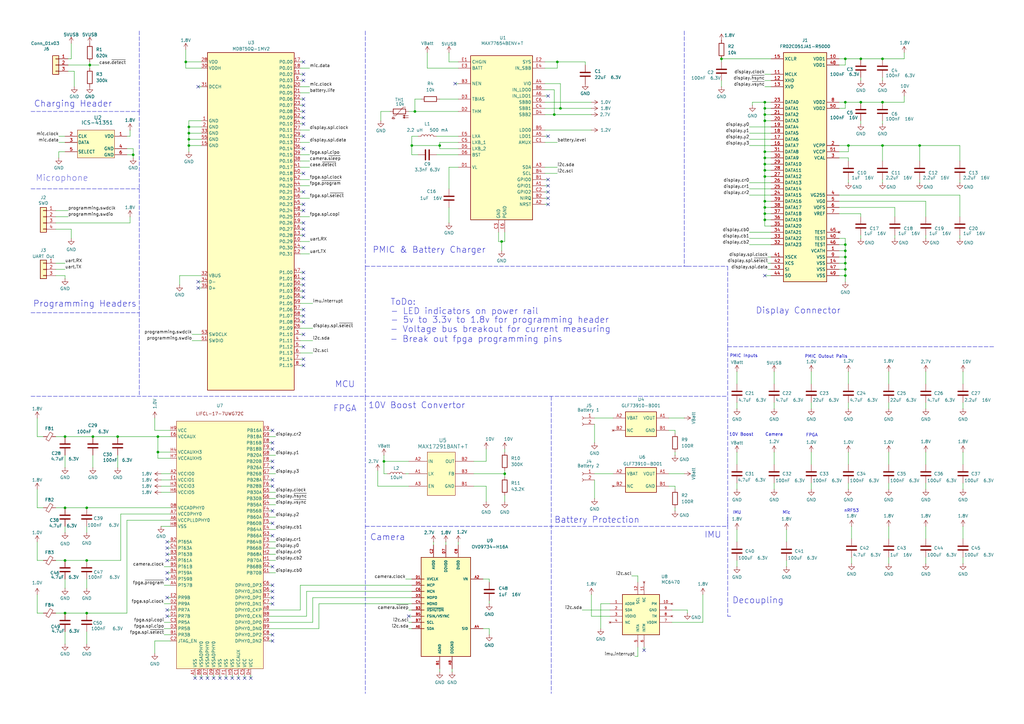
<source format=kicad_sch>
(kicad_sch (version 20231120) (generator "eeschema") (generator_version "8.0")
  (paper "A3")
  (title_block (title "Unofficial Frames Dev Board") (date "2024-06-01") (rev "V0.01") (comment 1 "Schematic licensed under: CERN-OHL-P v2") (comment 2 "Based on the Brilliant Labs Ltd Frame Schematic"))
  (junction (at 313.69 41.91))
  (junction (at 227.33 46.99))
  (junction (at 77.47 59.69))
  (junction (at 26.67 179.07))
  (junction (at 313.69 67.31))
  (junction (at 353.06 24.13))
  (junction (at 26.67 251.46))
  (junction (at 313.69 62.23))
  (junction (at 36.83 26.67))
  (junction (at 228.6 25.4))
  (junction (at 377.19 59.69))
  (junction (at 168.91 59.69))
  (junction (at 346.71 100.33))
  (junction (at 346.71 105.41))
  (junction (at 295.91 24.13))
  (junction (at 361.95 59.69))
  (junction (at 64.77 179.07))
  (junction (at 313.69 49.53))
  (junction (at 26.67 208.28))
  (junction (at 77.47 57.15))
  (junction (at 346.71 110.49))
  (junction (at 207.01 194.31))
  (junction (at 180.34 59.69))
  (junction (at 35.56 229.87))
  (junction (at 157.48 189.23))
  (junction (at 35.56 251.46))
  (junction (at 346.71 41.91))
  (junction (at 48.26 179.07))
  (junction (at 313.69 82.55))
  (junction (at 313.69 46.99))
  (junction (at 313.69 87.63))
  (junction (at 313.69 69.85))
  (junction (at 77.47 54.61))
  (junction (at 229.87 44.45))
  (junction (at 313.69 44.45))
  (junction (at 346.71 24.13))
  (junction (at 353.06 41.91))
  (junction (at 313.69 90.17))
  (junction (at 77.47 52.07))
  (junction (at 346.71 113.03))
  (junction (at 346.71 107.95))
  (junction (at 76.2 25.4))
  (junction (at 347.98 59.69))
  (junction (at 54.61 63.5))
  (junction (at 346.71 102.87))
  (junction (at 170.18 45.72))
  (junction (at 361.95 41.91))
  (junction (at 313.69 85.09))
  (junction (at 35.56 208.28))
  (junction (at 361.95 24.13))
  (junction (at 38.1 179.07))
  (junction (at 64.77 185.42))
  (junction (at 313.69 72.39))
  (junction (at 313.69 64.77))
  (junction (at 205.74 99.06))
  (junction (at 26.67 229.87))
  (no_connect (at 124.46 45.72))
  (no_connect (at 264.16 266.7))
  (no_connect (at 95.25 278.13))
  (no_connect (at 124.46 129.54))
  (no_connect (at 111.76 232.41))
  (no_connect (at 124.46 101.6))
  (no_connect (at 68.58 237.49))
  (no_connect (at 68.58 245.11))
  (no_connect (at 68.58 224.79))
  (no_connect (at 124.46 114.3))
  (no_connect (at 124.46 142.24))
  (no_connect (at 224.79 39.37))
  (no_connect (at 124.46 86.36))
  (no_connect (at 124.46 137.16))
  (no_connect (at 100.33 278.13))
  (no_connect (at 186.69 34.29))
  (no_connect (at 124.46 40.64))
  (no_connect (at 111.76 242.57))
  (no_connect (at 97.79 278.13))
  (no_connect (at 124.46 60.96))
  (no_connect (at 81.28 35.56))
  (no_connect (at 124.46 25.4))
  (no_connect (at 68.58 250.19))
  (no_connect (at 92.71 278.13))
  (no_connect (at 124.46 55.88))
  (no_connect (at 68.58 229.87))
  (no_connect (at 124.46 121.92))
  (no_connect (at 81.28 118.11))
  (no_connect (at 68.58 222.25))
  (no_connect (at 111.76 184.15))
  (no_connect (at 85.09 278.13))
  (no_connect (at 124.46 96.52))
  (no_connect (at 124.46 132.08))
  (no_connect (at 87.63 278.13))
  (no_connect (at 167.64 252.73))
  (no_connect (at 124.46 149.86))
  (no_connect (at 111.76 181.61))
  (no_connect (at 111.76 219.71))
  (no_connect (at 124.46 119.38))
  (no_connect (at 124.46 93.98))
  (no_connect (at 102.87 278.13))
  (no_connect (at 90.17 278.13))
  (no_connect (at 224.79 76.2))
  (no_connect (at 124.46 147.32))
  (no_connect (at 124.46 116.84))
  (no_connect (at 224.79 81.28))
  (no_connect (at 111.76 199.39))
  (no_connect (at 124.46 78.74))
  (no_connect (at 124.46 83.82))
  (no_connect (at 68.58 252.73))
  (no_connect (at 111.76 214.63))
  (no_connect (at 111.76 245.11))
  (no_connect (at 124.46 91.44))
  (no_connect (at 224.79 73.66))
  (no_connect (at 313.69 113.03))
  (no_connect (at 111.76 209.55))
  (no_connect (at 124.46 111.76))
  (no_connect (at 82.55 278.13))
  (no_connect (at 68.58 234.95))
  (no_connect (at 124.46 33.02))
  (no_connect (at 111.76 240.03))
  (no_connect (at 111.76 262.89))
  (no_connect (at 111.76 189.23))
  (no_connect (at 68.58 227.33))
  (no_connect (at 111.76 260.35))
  (no_connect (at 111.76 176.53))
  (no_connect (at 124.46 43.18))
  (no_connect (at 81.28 115.57))
  (no_connect (at 111.76 191.77))
  (no_connect (at 124.46 48.26))
  (no_connect (at 124.46 71.12))
  (no_connect (at 80.01 278.13))
  (no_connect (at 124.46 127))
  (no_connect (at 111.76 196.85))
  (no_connect (at 124.46 50.8))
  (no_connect (at 111.76 247.65))
  (no_connect (at 224.79 78.74))
  (no_connect (at 224.79 55.88))
  (no_connect (at 124.46 30.48))
  (no_connect (at 224.79 83.82))
  (wire (pts (xy 125.73 242.57) (xy 125.73 252.73)))
  (wire (pts (xy 29.21 24.13) (xy 29.21 17.78)))
  (wire (pts (xy 110.49 252.73) (xy 125.73 252.73)))
  (wire (pts (xy 180.34 274.32) (xy 180.34 275.59)))
  (wire (pts (xy 123.19 33.02) (xy 124.46 33.02)))
  (wire (pts (xy 353.06 31.75) (xy 353.06 33.02)))
  (wire (pts (xy 110.49 204.47) (xy 113.03 204.47)))
  (wire (pts (xy 123.19 134.62) (xy 128.27 134.62)))
  (wire (pts (xy 313.69 35.56) (xy 316.23 35.56)))
  (wire (pts (xy 64.77 185.42) (xy 64.77 179.07)))
  (wire (pts (xy 77.47 57.15) (xy 77.47 54.61)))
  (wire (pts (xy 184.15 68.58) (xy 184.15 77.47)))
  (wire (pts (xy 77.47 52.07) (xy 77.47 49.53)))
  (wire (pts (xy 322.58 229.87) (xy 322.58 232.41)))
  (wire (pts (xy 346.71 100.33) (xy 346.71 102.87)))
  (wire (pts (xy 36.83 26.67) (xy 36.83 27.94)))
  (wire (pts (xy 332.74 152.4) (xy 332.74 157.48)))
  (wire (pts (xy 95.25 276.86) (xy 95.25 278.13)))
  (wire (pts (xy 170.18 40.64) (xy 170.18 45.72)))
  (wire (pts (xy 223.52 41.91) (xy 242.57 41.91)))
  (wire (pts (xy 110.49 189.23) (xy 111.76 189.23)))
  (wire (pts (xy 274.32 199.39) (xy 276.86 199.39)))
  (wire (pts (xy 123.19 71.12) (xy 124.46 71.12)))
  (wire (pts (xy 179.07 55.88) (xy 187.96 55.88)))
  (wire (pts (xy 344.17 107.95) (xy 346.71 107.95)))
  (wire (pts (xy 276.86 208.28) (xy 276.86 209.55)))
  (wire (pts (xy 394.97 198.12) (xy 394.97 200.66)))
  (wire (pts (xy 123.19 99.06) (xy 127 99.06)))
  (polyline (pts (xy 57.15 77.47) (xy 57.15 128.27)) (stroke (width 0) (type dash)))
  (wire (pts (xy 361.95 31.75) (xy 361.95 33.02)))
  (wire (pts (xy 110.49 222.25) (xy 113.03 222.25)))
  (polyline (pts (xy 226.06 162.56) (xy 226.06 284.48)) (stroke (width 0) (type dash)))
  (wire (pts (xy 307.34 54.61) (xy 316.23 54.61)))
  (wire (pts (xy 274.32 171.45) (xy 280.67 171.45)))
  (wire (pts (xy 26.67 229.87) (xy 35.56 229.87)))
  (wire (pts (xy 97.79 276.86) (xy 97.79 278.13)))
  (wire (pts (xy 224.79 39.37) (xy 223.52 39.37)))
  (wire (pts (xy 344.17 87.63) (xy 353.06 87.63)))
  (wire (pts (xy 361.95 41.91) (xy 353.06 41.91)))
  (wire (pts (xy 240.03 26.67) (xy 240.03 25.4)))
  (wire (pts (xy 314.96 110.49) (xy 316.23 110.49)))
  (wire (pts (xy 123.19 144.78) (xy 128.27 144.78)))
  (polyline (pts (xy 149.86 12.7) (xy 149.86 109.22)) (stroke (width 0) (type dash)))
  (wire (pts (xy 313.69 69.85) (xy 313.69 67.31)))
  (wire (pts (xy 347.98 59.69) (xy 361.95 59.69)))
  (wire (pts (xy 313.69 87.63) (xy 313.69 85.09)))
  (wire (pts (xy 68.58 252.73) (xy 69.85 252.73)))
  (wire (pts (xy 15.24 208.28) (xy 17.78 208.28)))
  (wire (pts (xy 313.69 64.77) (xy 313.69 62.23)))
  (wire (pts (xy 224.79 73.66) (xy 223.52 73.66)))
  (wire (pts (xy 308.61 43.18) (xy 308.61 41.91)))
  (wire (pts (xy 110.49 207.01) (xy 113.03 207.01)))
  (wire (pts (xy 110.49 240.03) (xy 111.76 240.03)))
  (wire (pts (xy 68.58 237.49) (xy 69.85 237.49)))
  (wire (pts (xy 123.19 40.64) (xy 124.46 40.64)))
  (wire (pts (xy 69.85 187.96) (xy 64.77 187.96)))
  (wire (pts (xy 24.13 64.77) (xy 24.13 62.23)))
  (wire (pts (xy 63.5 267.97) (xy 63.5 262.89)))
  (wire (pts (xy 172.72 40.64) (xy 170.18 40.64)))
  (wire (pts (xy 123.19 63.5) (xy 127 63.5)))
  (wire (pts (xy 317.5 185.42) (xy 317.5 190.5)))
  (wire (pts (xy 123.19 81.28) (xy 127 81.28)))
  (wire (pts (xy 82.55 27.94) (xy 76.2 27.94)))
  (wire (pts (xy 207.01 194.31) (xy 207.01 195.58)))
  (wire (pts (xy 123.19 50.8) (xy 124.46 50.8)))
  (wire (pts (xy 344.17 41.91) (xy 346.71 41.91)))
  (wire (pts (xy 123.19 93.98) (xy 124.46 93.98)))
  (wire (pts (xy 261.62 265.43) (xy 261.62 269.24)))
  (wire (pts (xy 246.38 247.65) (xy 250.19 247.65)))
  (wire (pts (xy 223.52 27.94) (xy 228.6 27.94)))
  (wire (pts (xy 379.73 82.55) (xy 344.17 82.55)))
  (wire (pts (xy 187.96 68.58) (xy 184.15 68.58)))
  (wire (pts (xy 223.52 46.99) (xy 227.33 46.99)))
  (wire (pts (xy 200.66 257.81) (xy 198.12 257.81)))
  (wire (pts (xy 123.19 35.56) (xy 127 35.56)))
  (wire (pts (xy 123.19 91.44) (xy 124.46 91.44)))
  (wire (pts (xy 370.84 24.13) (xy 361.95 24.13)))
  (wire (pts (xy 110.49 245.11) (xy 111.76 245.11)))
  (wire (pts (xy 123.19 60.96) (xy 124.46 60.96)))
  (wire (pts (xy 77.47 57.15) (xy 82.55 57.15)))
  (polyline (pts (xy 57.15 12.7) (xy 57.15 45.72)) (stroke (width 0) (type dash)))
  (wire (pts (xy 110.49 250.19) (xy 123.19 250.19)))
  (wire (pts (xy 313.69 82.55) (xy 313.69 72.39)))
  (wire (pts (xy 168.91 59.69) (xy 180.34 59.69)))
  (wire (pts (xy 66.04 199.39) (xy 69.85 199.39)))
  (wire (pts (xy 123.19 78.74) (xy 124.46 78.74)))
  (wire (pts (xy 128.27 245.11) (xy 128.27 255.27)))
  (wire (pts (xy 123.19 96.52) (xy 124.46 96.52)))
  (wire (pts (xy 274.32 176.53) (xy 276.86 176.53)))
  (wire (pts (xy 15.24 251.46) (xy 17.78 251.46)))
  (wire (pts (xy 302.26 217.17) (xy 302.26 222.25)))
  (wire (pts (xy 167.64 257.81) (xy 168.91 257.81)))
  (wire (pts (xy 68.58 227.33) (xy 69.85 227.33)))
  (wire (pts (xy 347.98 73.66) (xy 347.98 74.93)))
  (wire (pts (xy 123.19 25.4) (xy 124.46 25.4)))
  (wire (pts (xy 123.19 121.92) (xy 124.46 121.92)))
  (wire (pts (xy 123.19 139.7) (xy 128.27 139.7)))
  (wire (pts (xy 276.86 199.39) (xy 276.86 200.66)))
  (wire (pts (xy 30.48 35.56) (xy 30.48 29.21)))
  (wire (pts (xy 110.49 199.39) (xy 111.76 199.39)))
  (wire (pts (xy 167.64 45.72) (xy 170.18 45.72)))
  (wire (pts (xy 53.34 88.9) (xy 53.34 91.44)))
  (polyline (pts (xy 149.86 162.56) (xy 298.45 162.56)) (stroke (width 0) (type dash)))
  (wire (pts (xy 168.91 247.65) (xy 130.81 247.65)))
  (wire (pts (xy 35.56 237.49) (xy 35.56 241.3)))
  (wire (pts (xy 180.34 59.69) (xy 180.34 60.96)))
  (wire (pts (xy 227.33 46.99) (xy 242.57 46.99)))
  (wire (pts (xy 393.7 80.01) (xy 344.17 80.01)))
  (wire (pts (xy 316.23 82.55) (xy 313.69 82.55)))
  (wire (pts (xy 344.17 26.67) (xy 346.71 26.67)))
  (wire (pts (xy 110.49 232.41) (xy 111.76 232.41)))
  (wire (pts (xy 123.19 147.32) (xy 124.46 147.32)))
  (wire (pts (xy 184.15 25.4) (xy 187.96 25.4)))
  (wire (pts (xy 76.2 25.4) (xy 82.55 25.4)))
  (wire (pts (xy 110.49 247.65) (xy 111.76 247.65)))
  (wire (pts (xy 349.25 228.6) (xy 349.25 231.14)))
  (wire (pts (xy 229.87 44.45) (xy 242.57 44.45)))
  (wire (pts (xy 68.58 250.19) (xy 69.85 250.19)))
  (wire (pts (xy 307.34 100.33) (xy 316.23 100.33)))
  (wire (pts (xy 48.26 179.07) (xy 64.77 179.07)))
  (wire (pts (xy 157.48 186.69) (xy 157.48 189.23)))
  (wire (pts (xy 22.86 91.44) (xy 53.34 91.44)))
  (polyline (pts (xy 12.7 128.27) (xy 57.15 128.27)) (stroke (width 0) (type dash)))
  (wire (pts (xy 110.49 209.55) (xy 111.76 209.55)))
  (wire (pts (xy 26.67 251.46) (xy 35.56 251.46)))
  (wire (pts (xy 243.84 171.45) (xy 251.46 171.45)))
  (wire (pts (xy 110.49 224.79) (xy 113.03 224.79)))
  (wire (pts (xy 347.98 198.12) (xy 347.98 200.66)))
  (wire (pts (xy 110.49 196.85) (xy 111.76 196.85)))
  (wire (pts (xy 69.85 176.53) (xy 63.5 176.53)))
  (wire (pts (xy 27.94 26.67) (xy 36.83 26.67)))
  (wire (pts (xy 22.86 86.36) (xy 27.94 86.36)))
  (wire (pts (xy 53.34 55.88) (xy 53.34 53.34)))
  (wire (pts (xy 123.19 86.36) (xy 124.46 86.36)))
  (wire (pts (xy 77.47 49.53) (xy 82.55 49.53)))
  (wire (pts (xy 26.67 259.08) (xy 26.67 264.16)))
  (wire (pts (xy 123.19 132.08) (xy 124.46 132.08)))
  (wire (pts (xy 154.94 199.39) (xy 167.64 199.39)))
  (wire (pts (xy 316.23 64.77) (xy 313.69 64.77)))
  (wire (pts (xy 346.71 97.79) (xy 346.71 100.33)))
  (wire (pts (xy 316.23 92.71) (xy 313.69 92.71)))
  (wire (pts (xy 394.97 152.4) (xy 394.97 157.48)))
  (wire (pts (xy 207.01 203.2) (xy 207.01 205.74)))
  (wire (pts (xy 77.47 59.69) (xy 77.47 57.15)))
  (polyline (pts (xy 298.45 142.24) (xy 407.67 142.24)) (stroke (width 0) (type dash)))
  (wire (pts (xy 223.52 68.58) (xy 228.6 68.58)))
  (wire (pts (xy 204.47 95.25) (xy 204.47 99.06)))
  (wire (pts (xy 307.34 97.79) (xy 316.23 97.79)))
  (wire (pts (xy 170.18 45.72) (xy 187.96 45.72)))
  (wire (pts (xy 240.03 25.4) (xy 228.6 25.4)))
  (wire (pts (xy 393.7 73.66) (xy 393.7 74.93)))
  (polyline (pts (xy 12.7 45.72) (xy 57.15 45.72)) (stroke (width 0) (type dash)))
  (wire (pts (xy 110.49 176.53) (xy 111.76 176.53)))
  (polyline (pts (xy 12.7 162.56) (xy 149.86 162.56)) (stroke (width 0) (type dash)))
  (wire (pts (xy 347.98 62.23) (xy 347.98 59.69)))
  (wire (pts (xy 123.19 68.58) (xy 127 68.58)))
  (wire (pts (xy 274.32 194.31) (xy 280.67 194.31)))
  (wire (pts (xy 295.91 24.13) (xy 295.91 25.4)))
  (wire (pts (xy 102.87 276.86) (xy 102.87 278.13)))
  (wire (pts (xy 229.87 34.29) (xy 229.87 44.45)))
  (wire (pts (xy 123.19 116.84) (xy 124.46 116.84)))
  (wire (pts (xy 123.19 250.19) (xy 123.19 240.03)))
  (wire (pts (xy 110.49 217.17) (xy 113.03 217.17)))
  (wire (pts (xy 276.86 176.53) (xy 276.86 177.8)))
  (wire (pts (xy 322.58 217.17) (xy 322.58 222.25)))
  (wire (pts (xy 110.49 184.15) (xy 111.76 184.15)))
  (wire (pts (xy 317.5 198.12) (xy 317.5 200.66)))
  (wire (pts (xy 184.15 21.59) (xy 184.15 25.4)))
  (wire (pts (xy 361.95 59.69) (xy 377.19 59.69)))
  (wire (pts (xy 364.49 228.6) (xy 364.49 231.14)))
  (wire (pts (xy 26.67 114.3) (xy 26.67 113.03)))
  (wire (pts (xy 224.79 78.74) (xy 223.52 78.74)))
  (wire (pts (xy 308.61 41.91) (xy 313.69 41.91)))
  (wire (pts (xy 344.17 97.79) (xy 346.71 97.79)))
  (wire (pts (xy 259.08 236.22) (xy 261.62 236.22)))
  (wire (pts (xy 302.26 229.87) (xy 302.26 232.41)))
  (wire (pts (xy 224.79 83.82) (xy 223.52 83.82)))
  (polyline (pts (xy 281.94 109.22) (xy 298.45 109.22)) (stroke (width 0) (type dash)))
  (wire (pts (xy 242.57 252.73) (xy 242.57 243.84)))
  (wire (pts (xy 154.94 193.04) (xy 154.94 199.39)))
  (wire (pts (xy 314.96 107.95) (xy 316.23 107.95)))
  (wire (pts (xy 379.73 215.9) (xy 379.73 220.98)))
  (wire (pts (xy 379.73 185.42) (xy 379.73 190.5)))
  (wire (pts (xy 302.26 198.12) (xy 302.26 200.66)))
  (wire (pts (xy 77.47 54.61) (xy 77.47 52.07)))
  (wire (pts (xy 123.19 142.24) (xy 124.46 142.24)))
  (wire (pts (xy 123.19 88.9) (xy 127 88.9)))
  (wire (pts (xy 281.94 250.19) (xy 275.59 250.19)))
  (wire (pts (xy 346.71 110.49) (xy 346.71 113.03)))
  (wire (pts (xy 77.47 59.69) (xy 82.55 59.69)))
  (wire (pts (xy 157.48 194.31) (xy 158.75 194.31)))
  (wire (pts (xy 123.19 111.76) (xy 124.46 111.76)))
  (wire (pts (xy 346.71 105.41) (xy 346.71 107.95)))
  (wire (pts (xy 78.74 137.16) (xy 82.55 137.16)))
  (wire (pts (xy 64.77 179.07) (xy 69.85 179.07)))
  (wire (pts (xy 379.73 165.1) (xy 379.73 167.64)))
  (wire (pts (xy 346.71 113.03) (xy 346.71 115.57)))
  (wire (pts (xy 379.73 198.12) (xy 379.73 200.66)))
  (wire (pts (xy 123.19 43.18) (xy 124.46 43.18)))
  (wire (pts (xy 223.52 58.42) (xy 228.6 58.42)))
  (wire (pts (xy 166.37 237.49) (xy 168.91 237.49)))
  (wire (pts (xy 130.81 247.65) (xy 130.81 257.81)))
  (wire (pts (xy 168.91 63.5) (xy 171.45 63.5)))
  (wire (pts (xy 370.84 39.37) (xy 370.84 41.91)))
  (wire (pts (xy 223.52 36.83) (xy 227.33 36.83)))
  (wire (pts (xy 82.55 276.86) (xy 82.55 278.13)))
  (wire (pts (xy 364.49 152.4) (xy 364.49 157.48)))
  (wire (pts (xy 68.58 229.87) (xy 69.85 229.87)))
  (wire (pts (xy 168.91 242.57) (xy 125.73 242.57)))
  (polyline (pts (xy 57.15 128.27) (xy 57.15 162.56)) (stroke (width 0) (type dash)))
  (wire (pts (xy 207.01 193.04) (xy 207.01 194.31)))
  (wire (pts (xy 167.64 255.27) (xy 168.91 255.27)))
  (wire (pts (xy 175.26 27.94) (xy 175.26 21.59)))
  (wire (pts (xy 36.83 26.67) (xy 40.64 26.67)))
  (wire (pts (xy 316.23 62.23) (xy 313.69 62.23)))
  (wire (pts (xy 22.86 93.98) (xy 29.21 93.98)))
  (wire (pts (xy 199.39 184.15) (xy 199.39 189.23)))
  (wire (pts (xy 347.98 152.4) (xy 347.98 157.48)))
  (wire (pts (xy 316.23 85.09) (xy 313.69 85.09)))
  (wire (pts (xy 171.45 55.88) (xy 168.91 55.88)))
  (wire (pts (xy 110.49 191.77) (xy 111.76 191.77)))
  (wire (pts (xy 168.91 245.11) (xy 128.27 245.11)))
  (wire (pts (xy 313.69 92.71) (xy 313.69 90.17)))
  (wire (pts (xy 77.47 54.61) (xy 82.55 54.61)))
  (wire (pts (xy 302.26 185.42) (xy 302.26 190.5)))
  (polyline (pts (xy 298.45 142.24) (xy 298.45 252.73)) (stroke (width 0) (type dash)))
  (wire (pts (xy 26.67 186.69) (xy 26.67 191.77)))
  (wire (pts (xy 22.86 229.87) (xy 26.67 229.87)))
  (wire (pts (xy 307.34 74.93) (xy 316.23 74.93)))
  (wire (pts (xy 370.84 41.91) (xy 361.95 41.91)))
  (wire (pts (xy 123.19 104.14) (xy 127 104.14)))
  (wire (pts (xy 110.49 242.57) (xy 111.76 242.57)))
  (wire (pts (xy 224.79 76.2) (xy 223.52 76.2)))
  (wire (pts (xy 110.49 179.07) (xy 113.03 179.07)))
  (wire (pts (xy 295.91 33.02) (xy 295.91 35.56)))
  (wire (pts (xy 361.95 49.53) (xy 361.95 50.8)))
  (wire (pts (xy 223.52 53.34) (xy 242.57 53.34)))
  (wire (pts (xy 307.34 59.69) (xy 316.23 59.69)))
  (wire (pts (xy 66.04 196.85) (xy 69.85 196.85)))
  (wire (pts (xy 313.69 49.53) (xy 313.69 46.99)))
  (wire (pts (xy 110.49 212.09) (xy 113.03 212.09)))
  (wire (pts (xy 344.17 62.23) (xy 347.98 62.23)))
  (wire (pts (xy 367.03 88.9) (xy 367.03 85.09)))
  (wire (pts (xy 344.17 110.49) (xy 346.71 110.49)))
  (wire (pts (xy 243.84 196.85) (xy 243.84 204.47)))
  (wire (pts (xy 393.7 59.69) (xy 393.7 66.04)))
  (wire (pts (xy 67.31 232.41) (xy 69.85 232.41)))
  (wire (pts (xy 264.16 265.43) (xy 264.16 266.7)))
  (wire (pts (xy 123.19 76.2) (xy 127 76.2)))
  (wire (pts (xy 49.53 229.87) (xy 35.56 229.87)))
  (wire (pts (xy 26.67 55.88) (xy 24.13 55.88)))
  (wire (pts (xy 238.76 250.19) (xy 250.19 250.19)))
  (wire (pts (xy 393.7 88.9) (xy 393.7 80.01)))
  (wire (pts (xy 332.74 198.12) (xy 332.74 200.66)))
  (wire (pts (xy 260.35 269.24) (xy 261.62 269.24)))
  (wire (pts (xy 123.19 53.34) (xy 127 53.34)))
  (wire (pts (xy 332.74 165.1) (xy 332.74 167.64)))
  (wire (pts (xy 73.66 113.03) (xy 82.55 113.03)))
  (wire (pts (xy 353.06 49.53) (xy 353.06 50.8)))
  (wire (pts (xy 302.26 152.4) (xy 302.26 157.48)))
  (wire (pts (xy 180.34 60.96) (xy 187.96 60.96)))
  (wire (pts (xy 346.71 44.45) (xy 346.71 41.91)))
  (wire (pts (xy 67.31 247.65) (xy 69.85 247.65)))
  (wire (pts (xy 157.48 189.23) (xy 167.64 189.23)))
  (wire (pts (xy 200.66 237.49) (xy 198.12 237.49)))
  (wire (pts (xy 22.86 107.95) (xy 26.67 107.95)))
  (wire (pts (xy 24.13 58.42) (xy 26.67 58.42)))
  (wire (pts (xy 250.19 252.73) (xy 242.57 252.73)))
  (wire (pts (xy 346.71 107.95) (xy 346.71 110.49)))
  (wire (pts (xy 168.91 59.69) (xy 168.91 63.5)))
  (wire (pts (xy 205.74 99.06) (xy 207.01 99.06)))
  (polyline (pts (xy 298.45 252.73) (xy 299.72 252.73)) (stroke (width 0) (type dash)))
  (wire (pts (xy 123.19 129.54) (xy 124.46 129.54)))
  (wire (pts (xy 52.07 60.96) (xy 54.61 60.96)))
  (wire (pts (xy 15.24 229.87) (xy 15.24 222.25)))
  (wire (pts (xy 160.02 45.72) (xy 156.21 45.72)))
  (wire (pts (xy 110.49 262.89) (xy 111.76 262.89)))
  (wire (pts (xy 204.47 99.06) (xy 205.74 99.06)))
  (wire (pts (xy 15.24 179.07) (xy 15.24 171.45)))
  (wire (pts (xy 123.19 137.16) (xy 124.46 137.16)))
  (wire (pts (xy 54.61 63.5) (xy 54.61 64.77)))
  (wire (pts (xy 35.56 208.28) (xy 69.85 208.28)))
  (wire (pts (xy 347.98 165.1) (xy 347.98 167.64)))
  (wire (pts (xy 76.2 25.4) (xy 76.2 20.32)))
  (wire (pts (xy 377.19 73.66) (xy 377.19 74.93)))
  (wire (pts (xy 168.91 55.88) (xy 168.91 59.69)))
  (wire (pts (xy 22.86 251.46) (xy 26.67 251.46)))
  (wire (pts (xy 307.34 80.01) (xy 316.23 80.01)))
  (wire (pts (xy 67.31 240.03) (xy 69.85 240.03)))
  (polyline (pts (xy 149.86 109.22) (xy 149.86 162.56)) (stroke (width 0) (type dash)))
  (wire (pts (xy 199.39 199.39) (xy 199.39 205.74)))
  (wire (pts (xy 346.71 26.67) (xy 346.71 24.13)))
  (wire (pts (xy 15.24 251.46) (xy 15.24 243.84)))
  (wire (pts (xy 110.49 229.87) (xy 113.03 229.87)))
  (wire (pts (xy 207.01 99.06) (xy 207.01 95.25)))
  (wire (pts (xy 317.5 152.4) (xy 317.5 157.48)))
  (wire (pts (xy 332.74 185.42) (xy 332.74 190.5)))
  (wire (pts (xy 393.7 96.52) (xy 393.7 97.79)))
  (wire (pts (xy 261.62 236.22) (xy 261.62 238.76)))
  (wire (pts (xy 81.28 35.56) (xy 82.55 35.56)))
  (wire (pts (xy 63.5 262.89) (xy 69.85 262.89)))
  (wire (pts (xy 353.06 24.13) (xy 346.71 24.13)))
  (polyline (pts (xy 149.86 215.9) (xy 298.45 215.9)) (stroke (width 0) (type dash)))
  (wire (pts (xy 68.58 224.79) (xy 69.85 224.79)))
  (wire (pts (xy 307.34 95.25) (xy 316.23 95.25)))
  (wire (pts (xy 313.69 46.99) (xy 313.69 44.45)))
  (wire (pts (xy 243.84 173.99) (xy 243.84 181.61)))
  (wire (pts (xy 313.69 72.39) (xy 313.69 69.85)))
  (wire (pts (xy 123.19 55.88) (xy 124.46 55.88)))
  (polyline (pts (xy 298.45 109.22) (xy 298.45 142.24)) (stroke (width 0) (type dash)))
  (wire (pts (xy 36.83 25.4) (xy 36.83 26.67)))
  (wire (pts (xy 394.97 185.42) (xy 394.97 190.5)))
  (wire (pts (xy 347.98 66.04) (xy 347.98 64.77)))
  (wire (pts (xy 307.34 52.07) (xy 316.23 52.07)))
  (wire (pts (xy 199.39 199.39) (xy 194.31 199.39)))
  (wire (pts (xy 35.56 215.9) (xy 35.56 218.44)))
  (wire (pts (xy 200.66 238.76) (xy 200.66 237.49)))
  (wire (pts (xy 157.48 189.23) (xy 157.48 194.31)))
  (wire (pts (xy 316.23 87.63) (xy 313.69 87.63)))
  (wire (pts (xy 200.66 260.35) (xy 200.66 257.81)))
  (wire (pts (xy 66.04 201.93) (xy 69.85 201.93)))
  (wire (pts (xy 26.67 208.28) (xy 35.56 208.28)))
  (wire (pts (xy 123.19 30.48) (xy 124.46 30.48)))
  (wire (pts (xy 224.79 81.28) (xy 223.52 81.28)))
  (wire (pts (xy 347.98 185.42) (xy 347.98 190.5)))
  (wire (pts (xy 316.23 46.99) (xy 313.69 46.99)))
  (wire (pts (xy 184.15 85.09) (xy 184.15 91.44)))
  (wire (pts (xy 123.19 124.46) (xy 128.27 124.46)))
  (wire (pts (xy 123.19 240.03) (xy 168.91 240.03)))
  (wire (pts (xy 228.6 27.94) (xy 228.6 25.4)))
  (wire (pts (xy 344.17 113.03) (xy 346.71 113.03)))
  (wire (pts (xy 295.91 24.13) (xy 316.23 24.13)))
  (wire (pts (xy 49.53 210.82) (xy 49.53 229.87)))
  (wire (pts (xy 199.39 189.23) (xy 194.31 189.23)))
  (wire (pts (xy 228.6 25.4) (xy 223.52 25.4)))
  (wire (pts (xy 313.69 30.48) (xy 316.23 30.48)))
  (wire (pts (xy 110.49 227.33) (xy 113.03 227.33)))
  (wire (pts (xy 52.07 55.88) (xy 53.34 55.88)))
  (wire (pts (xy 317.5 165.1) (xy 317.5 167.64)))
  (wire (pts (xy 361.95 73.66) (xy 361.95 74.93)))
  (wire (pts (xy 27.94 24.13) (xy 29.21 24.13)))
  (wire (pts (xy 302.26 165.1) (xy 302.26 167.64)))
  (wire (pts (xy 346.71 102.87) (xy 346.71 105.41)))
  (wire (pts (xy 110.49 194.31) (xy 113.03 194.31)))
  (wire (pts (xy 307.34 77.47) (xy 316.23 77.47)))
  (wire (pts (xy 313.69 113.03) (xy 316.23 113.03)))
  (wire (pts (xy 377.19 59.69) (xy 393.7 59.69)))
  (wire (pts (xy 367.03 96.52) (xy 367.03 97.79)))
  (wire (pts (xy 187.96 58.42) (xy 180.34 58.42)))
  (wire (pts (xy 110.49 234.95) (xy 113.03 234.95)))
  (wire (pts (xy 80.01 276.86) (xy 80.01 278.13)))
  (wire (pts (xy 182.88 222.25) (xy 182.88 223.52)))
  (wire (pts (xy 187.96 222.25) (xy 187.96 223.52)))
  (wire (pts (xy 26.67 215.9) (xy 26.67 218.44)))
  (wire (pts (xy 349.25 215.9) (xy 349.25 220.98)))
  (wire (pts (xy 69.85 185.42) (xy 64.77 185.42)))
  (polyline (pts (xy 298.45 215.9) (xy 298.45 212.09)) (stroke (width 0) (type dash)))
  (wire (pts (xy 288.29 255.27) (xy 275.59 255.27)))
  (wire (pts (xy 48.26 186.69) (xy 48.26 191.77)))
  (wire (pts (xy 123.19 48.26) (xy 124.46 48.26)))
  (wire (pts (xy 316.23 69.85) (xy 313.69 69.85)))
  (wire (pts (xy 353.06 41.91) (xy 346.71 41.91)))
  (wire (pts (xy 353.06 96.52) (xy 353.06 97.79)))
  (wire (pts (xy 313.69 62.23) (xy 313.69 49.53)))
  (wire (pts (xy 344.17 44.45) (xy 346.71 44.45)))
  (polyline (pts (xy 280.67 12.7) (xy 280.67 109.22)) (stroke (width 0) (type dash)))
  (wire (pts (xy 207.01 184.15) (xy 207.01 185.42)))
  (wire (pts (xy 243.84 194.31) (xy 251.46 194.31)))
  (wire (pts (xy 123.19 66.04) (xy 127 66.04)))
  (wire (pts (xy 22.86 88.9) (xy 27.94 88.9)))
  (wire (pts (xy 123.19 38.1) (xy 127 38.1)))
  (wire (pts (xy 85.09 276.86) (xy 85.09 278.13)))
  (wire (pts (xy 27.94 29.21) (xy 30.48 29.21)))
  (wire (pts (xy 179.07 63.5) (xy 187.96 63.5)))
  (wire (pts (xy 87.63 276.86) (xy 87.63 278.13)))
  (wire (pts (xy 69.85 210.82) (xy 49.53 210.82)))
  (wire (pts (xy 167.64 250.19) (xy 168.91 250.19)))
  (wire (pts (xy 66.04 215.9) (xy 69.85 215.9)))
  (wire (pts (xy 123.19 119.38) (xy 124.46 119.38)))
  (wire (pts (xy 22.86 208.28) (xy 26.67 208.28)))
  (wire (pts (xy 185.42 274.32) (xy 185.42 275.59)))
  (polyline (pts (xy 12.7 77.47) (xy 57.15 77.47)) (stroke (width 0) (type dash)))
  (wire (pts (xy 38.1 186.69) (xy 38.1 191.77)))
  (wire (pts (xy 68.58 234.95) (xy 69.85 234.95)))
  (wire (pts (xy 110.49 257.81) (xy 130.81 257.81)))
  (wire (pts (xy 68.58 222.25) (xy 69.85 222.25)))
  (wire (pts (xy 187.96 27.94) (xy 175.26 27.94)))
  (wire (pts (xy 54.61 60.96) (xy 54.61 63.5)))
  (wire (pts (xy 364.49 165.1) (xy 364.49 167.64)))
  (wire (pts (xy 313.69 44.45) (xy 313.69 41.91)))
  (wire (pts (xy 367.03 85.09) (xy 344.17 85.09)))
  (wire (pts (xy 361.95 24.13) (xy 353.06 24.13)))
  (wire (pts (xy 186.69 34.29) (xy 187.96 34.29)))
  (wire (pts (xy 364.49 215.9) (xy 364.49 220.98)))
  (wire (pts (xy 377.19 59.69) (xy 377.19 66.04)))
  (wire (pts (xy 313.69 90.17) (xy 313.69 87.63)))
  (wire (pts (xy 313.69 41.91) (xy 316.23 41.91)))
  (wire (pts (xy 223.52 44.45) (xy 229.87 44.45)))
  (polyline (pts (xy 149.86 162.56) (xy 149.86 284.48)) (stroke (width 0) (type dash)))
  (wire (pts (xy 314.96 105.41) (xy 316.23 105.41)))
  (wire (pts (xy 180.34 40.64) (xy 187.96 40.64)))
  (wire (pts (xy 123.19 149.86) (xy 124.46 149.86)))
  (wire (pts (xy 370.84 21.59) (xy 370.84 24.13)))
  (wire (pts (xy 224.79 55.88) (xy 223.52 55.88)))
  (wire (pts (xy 110.49 255.27) (xy 128.27 255.27)))
  (wire (pts (xy 123.19 45.72) (xy 124.46 45.72)))
  (wire (pts (xy 223.52 71.12) (xy 228.6 71.12)))
  (wire (pts (xy 313.69 33.02) (xy 316.23 33.02)))
  (wire (pts (xy 22.86 113.03) (xy 26.67 113.03)))
  (polyline (pts (xy 281.94 109.22) (xy 149.86 109.22)) (stroke (width 0) (type dash)))
  (wire (pts (xy 227.33 36.83) (xy 227.33 46.99)))
  (wire (pts (xy 166.37 194.31) (xy 167.64 194.31)))
  (wire (pts (xy 167.64 252.73) (xy 168.91 252.73)))
  (wire (pts (xy 276.86 185.42) (xy 276.86 186.69)))
  (wire (pts (xy 379.73 152.4) (xy 379.73 157.48)))
  (wire (pts (xy 22.86 110.49) (xy 26.67 110.49)))
  (wire (pts (xy 194.31 194.31) (xy 207.01 194.31)))
  (wire (pts (xy 123.19 58.42) (xy 127 58.42)))
  (wire (pts (xy 52.07 63.5) (xy 54.61 63.5)))
  (wire (pts (xy 361.95 59.69) (xy 361.95 66.04)))
  (wire (pts (xy 77.47 52.07) (xy 82.55 52.07)))
  (wire (pts (xy 52.07 251.46) (xy 35.56 251.46)))
  (wire (pts (xy 344.17 59.69) (xy 347.98 59.69)))
  (wire (pts (xy 123.19 27.94) (xy 127 27.94)))
  (wire (pts (xy 156.21 45.72) (xy 156.21 49.53)))
  (wire (pts (xy 288.29 243.84) (xy 288.29 255.27)))
  (wire (pts (xy 26.67 179.07) (xy 38.1 179.07)))
  (wire (pts (xy 29.21 93.98) (xy 29.21 97.79)))
  (wire (pts (xy 15.24 229.87) (xy 17.78 229.87)))
  (wire (pts (xy 123.19 101.6) (xy 124.46 101.6)))
  (wire (pts (xy 353.06 88.9) (xy 353.06 87.63)))
  (wire (pts (xy 67.31 255.27) (xy 69.85 255.27)))
  (wire (pts (xy 67.31 260.35) (xy 69.85 260.35)))
  (wire (pts (xy 92.71 276.86) (xy 92.71 278.13)))
  (wire (pts (xy 364.49 198.12) (xy 364.49 200.66)))
  (wire (pts (xy 307.34 57.15) (xy 316.23 57.15)))
  (wire (pts (xy 81.28 115.57) (xy 82.55 115.57)))
  (wire (pts (xy 110.49 219.71) (xy 111.76 219.71)))
  (wire (pts (xy 123.19 127) (xy 124.46 127)))
  (wire (pts (xy 394.97 165.1) (xy 394.97 167.64)))
  (wire (pts (xy 177.8 222.25) (xy 177.8 223.52)))
  (wire (pts (xy 313.69 85.09) (xy 313.69 82.55)))
  (wire (pts (xy 379.73 88.9) (xy 379.73 82.55)))
  (wire (pts (xy 81.28 118.11) (xy 82.55 118.11)))
  (wire (pts (xy 69.85 213.36) (xy 52.07 213.36)))
  (wire (pts (xy 26.67 237.49) (xy 26.67 241.3)))
  (wire (pts (xy 123.19 83.82) (xy 124.46 83.82)))
  (wire (pts (xy 180.34 58.42) (xy 180.34 59.69)))
  (wire (pts (xy 35.56 259.08) (xy 35.56 264.16)))
  (polyline (pts (xy 57.15 45.72) (xy 57.15 77.47)) (stroke (width 0) (type dash)))
  (wire (pts (xy 316.23 49.53) (xy 313.69 49.53)))
  (wire (pts (xy 22.86 179.07) (xy 26.67 179.07)))
  (wire (pts (xy 67.31 257.81) (xy 69.85 257.81)))
  (wire (pts (xy 344.17 64.77) (xy 347.98 64.77)))
  (wire (pts (xy 205.74 99.06) (xy 205.74 102.87)))
  (wire (pts (xy 246.38 257.81) (xy 246.38 247.65)))
  (wire (pts (xy 281.94 251.46) (xy 281.94 250.19)))
  (wire (pts (xy 344.17 100.33) (xy 346.71 100.33)))
  (wire (pts (xy 110.49 201.93) (xy 113.03 201.93)))
  (wire (pts (xy 346.71 24.13) (xy 344.17 24.13)))
  (wire (pts (xy 110.49 186.69) (xy 113.03 186.69)))
  (wire (pts (xy 316.23 90.17) (xy 313.69 90.17)))
  (wire (pts (xy 76.2 27.94) (xy 76.2 25.4)))
  (wire (pts (xy 66.04 194.31) (xy 69.85 194.31)))
  (wire (pts (xy 379.73 228.6) (xy 379.73 231.14)))
  (wire (pts (xy 77.47 62.23) (xy 77.47 59.69)))
  (wire (pts (xy 313.69 67.31) (xy 313.69 64.77)))
  (wire (pts (xy 110.49 181.61) (xy 111.76 181.61)))
  (wire (pts (xy 364.49 185.42) (xy 364.49 190.5)))
  (wire (pts (xy 200.66 246.38) (xy 200.66 247.65)))
  (wire (pts (xy 63.5 176.53) (xy 63.5 171.45)))
  (wire (pts (xy 379.73 96.52) (xy 379.73 97.79)))
  (wire (pts (xy 123.19 73.66) (xy 127 73.66)))
  (wire (pts (xy 52.07 213.36) (xy 52.07 251.46)))
  (wire (pts (xy 15.24 208.28) (xy 15.24 200.66)))
  (wire (pts (xy 223.52 34.29) (xy 229.87 34.29)))
  (wire (pts (xy 90.17 276.86) (xy 90.17 278.13)))
  (wire (pts (xy 68.58 245.11) (xy 69.85 245.11)))
  (wire (pts (xy 110.49 260.35) (xy 111.76 260.35)))
  (wire (pts (xy 73.66 116.84) (xy 73.66 113.03)))
  (wire (pts (xy 316.23 44.45) (xy 313.69 44.45)))
  (wire (pts (xy 344.17 102.87) (xy 346.71 102.87)))
  (wire (pts (xy 394.97 215.9) (xy 394.97 220.98)))
  (wire (pts (xy 64.77 187.96) (xy 64.77 185.42)))
  (wire (pts (xy 316.23 72.39) (xy 313.69 72.39)))
  (wire (pts (xy 78.74 139.7) (xy 82.55 139.7)))
  (wire (pts (xy 110.49 214.63) (xy 111.76 214.63)))
  (wire (pts (xy 316.23 67.31) (xy 313.69 67.31)))
  (wire (pts (xy 38.1 179.07) (xy 48.26 179.07)))
  (wire (pts (xy 100.33 276.86) (xy 100.33 278.13)))
  (wire (pts (xy 24.13 62.23) (xy 26.67 62.23)))
  (wire (pts (xy 344.17 105.41) (xy 346.71 105.41)))
  (wire (pts (xy 394.97 228.6) (xy 394.97 231.14)))
  (wire (pts (xy 123.19 114.3) (xy 124.46 114.3)))
  (wire (pts (xy 15.24 179.07) (xy 17.78 179.07)))
  (text "PMIC Outout Pails" (at 338.836 146.304 0) (effects (font (size 1.27 1.27))))
  (text "PMIC & Battery Charger" (at 176.022 102.616 0) (effects (font (size 2.54 2.54))))
  (text "Display Connector" (at 327.406 127.508 0) (effects (font (size 2.54 2.54))))
  (text "10V Boost Convertor" (at 170.942 166.37 0) (effects (font (size 2.54 2.54))))
  (text "- LED indicators on power rail" (at 190.5 127.762 0) (effects (font (size 2.54 2.54))))
  (text "10V Boost" (at 304.038 178.308 0) (effects (font (size 1.27 1.27))))
  (text "IMU" (at 302.26 210.312 0) (effects (font (size 1.27 1.27))))
  (text "nRF53" (at 349.25 209.55 0) (effects (font (size 1.27 1.27))))
  (text "- 5v to 3.3v to 1.8v for programming header\n" (at 204.978 131.318 0) (effects (font (size 2.54 2.54))))
  (text "FPGA" (at 332.994 178.562 0) (effects (font (size 1.27 1.27))))
  (text "Camera" (at 317.5 178.308 0) (effects (font (size 1.27 1.27))))
  (text "Battery Protection" (at 244.856 213.36 0) (effects (font (size 2.54 2.54))))
  (text "FPGA" (at 141.478 167.64 0) (effects (font (size 2.54 2.54))))
  (text "ToDo:" (at 165.354 123.952 0) (effects (font (size 2.54 2.54))))
  (text "IMU" (at 292.354 219.456 0) (effects (font (size 2.54 2.54))))
  (text "MCU" (at 141.478 157.734 0) (effects (font (size 2.54 2.54))))
  (text "Mic" (at 322.58 210.312 0) (effects (font (size 1.27 1.27))))
  (text "Camera" (at 159.004 220.472 0) (effects (font (size 2.54 2.54))))
  (text "- Break out fpga programming pins\n" (at 195.326 139.192 0) (effects (font (size 2.54 2.54))))
  (text "- Voltage bus breakout for current measuring" (at 205.232 135.128 0) (effects (font (size 2.54 2.54))))
  (text "Microphone" (at 25.4 73.152 0) (effects (font (size 2.54 2.54))))
  (text "PMIC Inputs" (at 305.054 146.05 0) (effects (font (size 1.27 1.27))))
  (text "Decoupling" (at 310.896 246.38 0) (effects (font (size 2.54 2.54))))
  (text "Charging Header" (at 29.972 42.672 0) (effects (font (size 2.54 2.54))))
  (text "Programming Headers" (at 34.798 124.714 0) (effects (font (size 2.54 2.54))))
  (label "display.y2" (at 113.03 212.09 0))
  (label "display.cr0" (at 113.03 227.33 0))
  (label "display.cr1" (at 113.03 222.25 0))
  (label "uart.RX" (at 26.67 107.95 0))
  (label "mic.clock" (at 24.13 55.88 180))
  (label "fpga.spi.cipo" (at 67.31 257.81 180))
  (label "display.y1" (at 307.34 54.61 180))
  (label "display.y1" (at 113.03 186.69 0))
  (label "display.cr0" (at 307.34 74.93 180))
  (label "display.spi.~{select}" (at 314.96 107.95 180))
  (label "i2c.scl" (at 259.08 236.22 180))
  (label "mic.clock" (at 127 35.56 0))
  (label "uart.TX" (at 127 104.14 0))
  (label "camera.clock" (at 67.31 232.41 180))
  (label "fpga.spi.cipo" (at 127 63.5 0))
  (label "imu.interrupt" (at 128.27 124.46 0))
  (label "fpga.spi.clock" (at 127 73.66 0))
  (label "display.cr2" (at 113.03 179.07 0))
  (label "display.y0" (at 113.03 224.79 0))
  (label "display.y0" (at 307.34 52.07 180))
  (label "case.~{detect}" (at 127 68.58 0))
  (label "mic.data" (at 24.13 58.42 180))
  (label "display.clock" (at 113.03 201.93 0))
  (label "display.spi.clock" (at 314.96 105.41 180))
  (label "fpga.spi.copi" (at 127 88.9 0))
  (label "display.cb2" (at 307.34 100.33 180))
  (label "i2c.scl" (at 167.64 255.27 180))
  (label "imu.interrupt" (at 260.35 269.24 180))
  (label "i2c.sda" (at 167.64 257.81 180))
  (label "display.cb1" (at 113.03 217.17 0))
  (label "display.cb1" (at 307.34 97.79 180))
  (label "programming.swdio" (at 78.74 139.7 180))
  (label "display.y2" (at 307.34 57.15 180))
  (label "fpga.spi.clock" (at 67.31 247.65 180))
  (label "battery.level" (at 228.6 58.42 0))
  (label "camera.~{sleep}" (at 167.64 250.19 180))
  (label "display.spi.data" (at 314.96 110.49 180))
  (label "fpga.spi.~{select}" (at 67.31 260.35 180))
  (label "fpga.~{program}" (at 127 76.2 0))
  (label "display.y3" (at 113.03 194.31 0))
  (label "i2c.sda" (at 128.27 139.7 0))
  (label "display.clock" (at 313.69 30.48 180))
  (label "fpga.~{program}" (at 67.31 240.03 180))
  (label "fpga.spi.copi" (at 67.31 255.27 180))
  (label "i2c.scl" (at 128.27 144.78 0))
  (label "display.~{vsync}" (at 313.69 35.56 180))
  (label "programming.swdio" (at 27.94 88.9 0))
  (label "display.cb0" (at 307.34 95.25 180))
  (label "display.cr2" (at 307.34 80.01 180))
  (label "camera.clock" (at 166.37 237.49 180))
  (label "display.cr1" (at 307.34 77.47 180))
  (label "display.spi.data" (at 127 58.42 0))
  (label "uart.RX" (at 127 99.06 0))
  (label "battery.life" (at 127 38.1 0))
  (label "camera.~{sleep}" (at 127 66.04 0))
  (label "uart.TX" (at 26.67 110.49 0))
  (label "mic.data" (at 127 27.94 0))
  (label "fpga.spi.~{select}" (at 127 81.28 0))
  (label "display.~{hsync}" (at 313.69 33.02 180))
  (label "display.spi.~{select}" (at 128.27 134.62 0))
  (label "programming.swdclk" (at 78.74 137.16 180))
  (label "programming.swdclk" (at 27.94 86.36 0))
  (label "display.spi.clock" (at 127 53.34 0))
  (label "display.cb2" (at 113.03 229.87 0))
  (label "i2c.sda" (at 228.6 68.58 0))
  (label "i2c.sda" (at 238.76 250.19 180))
  (label "case.~{detect}" (at 40.64 26.67 0))
  (label "display.cb0" (at 113.03 234.95 0))
  (label "display.~{vsync}" (at 113.03 207.01 0))
  (label "i2c.scl" (at 228.6 71.12 0))
  (label "display.y3" (at 307.34 59.69 180))
  (label "display.~{hsync}" (at 113.03 204.47 0))
  (symbol (lib_id "power:GND") (at 379.73 200.66 0) (unit 1)
    (property "Reference" "#PWR083" (effects (hide yes)))
    (property "Value" "GND" (at 379.73 204.978 0))
    (property "Description" "Power symbol creates a global label with name \"GND\" , ground" (effects (hide yes)))
  )
  (symbol (lib_id "power:GND") (at 346.71 115.57 0) (unit 1)
    (property "Reference" "#PWR0106" (effects (hide yes)))
    (property "Value" "GND" (at 346.71 119.888 0))
    (property "Description" "Power symbol creates a global label with name \"GND\" , ground" (effects (hide yes)))
  )
  (symbol (lib_id "Connector:Conn_01x02_Socket") (at 238.76 194.31 0) (mirror y) (unit 1)
    (property "Reference" "J4" (at 241.554 189.23 0))
    (property "Value" "Battery 2" (at 241.3 191.008 0))
    (property "Description" "Generic connector, single row, 01x02, script generated" (effects (hide yes)))
  )
  (symbol (lib_id "power:GND") (at 30.48 35.56 0) (unit 1)
    (property "Reference" "#PWR0102" (effects (hide yes)))
    (property "Value" "GND" (at 30.48 39.624 0))
    (property "Description" "Power symbol creates a global label with name \"GND\" , ground" (effects (hide yes)))
  )
  (symbol (lib_id "power:+BATT") (at 242.57 41.91 270) (unit 1)
    (property "Reference" "#PWR09" (effects (hide yes)))
    (property "Value" "1.0V" (at 248.412 41.91 90))
    (property "Description" "Power symbol creates a global label with name \"+BATT\"" (effects (hide yes)))
  )
  (symbol (lib_id "power:GND") (at 35.56 218.44 0) (unit 1)
    (property "Reference" "#PWR033" (effects (hide yes)))
    (property "Value" "GND" (at 35.56 222.758 0))
    (property "Description" "Power symbol creates a global label with name \"GND\" , ground" (effects (hide yes)))
  )
  (symbol (lib_id "power:GND") (at 379.73 167.64 0) (unit 1)
    (property "Reference" "#PWR065" (effects (hide yes)))
    (property "Value" "GND" (at 379.73 171.958 0))
    (property "Description" "Power symbol creates a global label with name \"GND\" , ground" (effects (hide yes)))
  )
  (symbol (lib_id "power:GND") (at 332.74 167.64 0) (unit 1)
    (property "Reference" "#PWR062" (effects (hide yes)))
    (property "Value" "GND" (at 332.74 171.958 0))
    (property "Description" "Power symbol creates a global label with name \"GND\" , ground" (effects (hide yes)))
  )
  (symbol (lib_id "power:GND") (at 393.7 97.79 0) (unit 1)
    (property "Reference" "#PWR0123" (effects (hide yes)))
    (property "Value" "GND" (at 397.256 99.568 0))
    (property "Description" "Power symbol creates a global label with name \"GND\" , ground" (effects (hide yes)))
  )
  (symbol (lib_id "power:GND") (at 394.97 231.14 0) (unit 1)
    (property "Reference" "#PWR095" (effects (hide yes)))
    (property "Value" "GND" (at 394.97 235.458 0))
    (property "Description" "Power symbol creates a global label with name \"GND\" , ground" (effects (hide yes)))
  )
  (symbol (lib_id "power:+BATT") (at 66.04 199.39 90) (unit 1)
    (property "Reference" "#PWR026" (effects (hide yes)))
    (property "Value" "1.8V" (at 60.198 199.39 90))
    (property "Description" "Power symbol creates a global label with name \"+BATT\"" (effects (hide yes)))
  )
  (symbol (lib_id "power:+BATT") (at 394.97 185.42 0) (unit 1)
    (property "Reference" "#PWR084" (effects (hide yes)))
    (property "Value" "1.8V" (at 394.97 181.102 0))
    (property "Description" "Power symbol creates a global label with name \"+BATT\"" (effects (hide yes)))
  )
  (symbol (lib_id "power:GND") (at 308.61 43.18 0) (unit 1)
    (property "Reference" "#PWR0107" (effects (hide yes)))
    (property "Value" "GND" (at 308.61 47.498 0))
    (property "Description" "Power symbol creates a global label with name \"GND\" , ground" (effects (hide yes)))
  )
  (symbol (lib_id "Device:C") (at 379.73 194.31 0) (unit 1)
    (property "Reference" "C36" (at 383.032 194.31 0) (effects (justify left)))
    (property "Value" "100uF  6.3V" (at 380.238 197.104 0) (effects (justify left)))
    (property "Description" "Unpolarized capacitor" (effects (hide yes)))
  )
  (symbol (lib_id "power:GND") (at 77.47 62.23 0) (unit 1)
    (property "Reference" "#PWR012" (effects (hide yes)))
    (property "Value" "GND" (at 77.47 66.294 0))
    (property "Description" "Power symbol creates a global label with name \"GND\" , ground" (effects (hide yes)))
  )
  (symbol (lib_id "power:+BATT") (at 53.34 88.9 0) (unit 1)
    (property "Reference" "#PWR018" (effects (hide yes)))
    (property "Value" "1.8V" (at 53.34 85.09 0))
    (property "Description" "Power symbol creates a global label with name \"+BATT\"" (effects (hide yes)))
  )
  (symbol (lib_id "power:GND") (at 35.56 264.16 0) (unit 1)
    (property "Reference" "#PWR037" (effects (hide yes)))
    (property "Value" "GND" (at 35.56 268.224 0))
    (property "Description" "Power symbol creates a global label with name \"GND\" , ground" (effects (hide yes)))
  )
  (symbol (lib_id "Device:C") (at 26.67 233.68 0) (unit 1)
    (property "Reference" "C46" (at 20.574 234.95 0) (effects (justify left)))
    (property "Value" "4.7uF  6.3V" (at 20.828 236.728 0) (effects (justify left)))
    (property "Description" "Unpolarized capacitor" (effects (hide yes)))
  )
  (symbol (lib_id "Device:R") (at 176.53 40.64 90) (unit 1)
    (property "Reference" "R4" (at 176.53 34.29 90))
    (property "Value" "10k" (at 176.53 36.83 90))
    (property "Description" "Resistor" (effects (hide yes)))
  )
  (symbol (lib_id "Device:C") (at 377.19 69.85 0) (unit 1)
    (property "Reference" "C12" (at 380.746 70.866 0) (effects (justify left)))
    (property "Value" "2.2uF  16V" (at 378.46 72.898 0) (effects (justify left)))
    (property "Description" "Unpolarized capacitor" (effects (hide yes)))
  )
  (symbol (lib_id "Device:C") (at 394.97 161.29 0) (unit 1)
    (property "Reference" "C27" (at 398.272 161.29 0) (effects (justify left)))
    (property "Value" "2.2uF  16V" (at 395.478 164.084 0) (effects (justify left)))
    (property "Description" "Unpolarized capacitor" (effects (hide yes)))
  )
  (symbol (lib_id "Device:R") (at 276.86 181.61 0) (unit 1)
    (property "Reference" "R9" (at 279.4 180.3399 0) (effects (justify left)))
    (property "Value" "100R" (at 279.4 182.8799 0) (effects (justify left)))
    (property "Description" "Resistor" (effects (hide yes)))
  )
  (symbol (lib_id "power:GND") (at 26.67 241.3 0) (unit 1)
    (property "Reference" "#PWR034" (effects (hide yes)))
    (property "Value" "GND" (at 26.67 245.364 0))
    (property "Description" "Power symbol creates a global label with name \"GND\" , ground" (effects (hide yes)))
  )
  (symbol (lib_id "power:GND") (at 29.21 97.79 0) (unit 1)
    (property "Reference" "#PWR016" (effects (hide yes)))
    (property "Value" "GND" (at 29.21 102.362 0))
    (property "Description" "Power symbol creates a global label with name \"GND\" , ground" (effects (hide yes)))
  )
  (symbol (lib_id "power:+BATT") (at 199.39 184.15 0) (unit 1)
    (property "Reference" "#PWR048" (effects (hide yes)))
    (property "Value" "10V" (at 200.914 180.086 0))
    (property "Description" "Power symbol creates a global label with name \"+BATT\"" (effects (hide yes)))
  )
  (symbol (lib_id "power:+BATT") (at 370.84 21.59 0) (unit 1)
    (property "Reference" "#PWR0110" (effects (hide yes)))
    (property "Value" "1.8V" (at 371.094 17.526 0))
    (property "Description" "Power symbol creates a global label with name \"+BATT\"" (effects (hide yes)))
  )
  (symbol (lib_id "Device:R") (at 36.83 31.75 0) (unit 1)
    (property "Reference" "R3" (at 39.37 30.4799 0) (effects (justify left)))
    (property "Value" "300k" (at 39.37 33.0199 0) (effects (justify left)))
    (property "Description" "Resistor" (effects (hide yes)))
  )
  (symbol (lib_id "power:GND") (at 200.66 247.65 0) (unit 1)
    (property "Reference" "#PWR045" (effects (hide yes)))
    (property "Value" "GND" (at 200.66 251.968 0))
    (property "Description" "Power symbol creates a global label with name \"GND\" , ground" (effects (hide yes)))
  )
  (symbol (lib_id "power:+BATT") (at 242.57 243.84 0) (unit 1)
    (property "Reference" "#PWR098" (effects (hide yes)))
    (property "Value" "1.8V" (at 242.57 239.522 0))
    (property "Description" "Power symbol creates a global label with name \"+BATT\"" (effects (hide yes)))
  )
  (symbol (lib_id "power:+BATT") (at 347.98 152.4 0) (unit 1)
    (property "Reference" "#PWR070" (effects (hide yes)))
    (property "Value" "1.2V" (at 347.98 148.082 0))
    (property "Description" "Power symbol creates a global label with name \"+BATT\"" (effects (hide yes)))
  )
  (symbol (lib_id "Device:C") (at 394.97 224.79 0) (unit 1)
    (property "Reference" "C45" (at 398.272 224.79 0) (effects (justify left)))
    (property "Value" "100uF  6.3V" (at 395.478 227.584 0) (effects (justify left)))
    (property "Description" "Unpolarized capacitor" (effects (hide yes)))
  )
  (symbol (lib_id "power:GND") (at 200.66 260.35 0) (unit 1)
    (property "Reference" "#PWR044" (effects (hide yes)))
    (property "Value" "GND" (at 200.66 264.668 0))
    (property "Description" "Power symbol creates a global label with name \"GND\" , ground" (effects (hide yes)))
  )
  (symbol (lib_id "power:GND") (at 353.06 33.02 0) (unit 1)
    (property "Reference" "#PWR0111" (effects (hide yes)))
    (property "Value" "GND" (at 353.06 37.084 0))
    (property "Description" "Power symbol creates a global label with name \"GND\" , ground" (effects (hide yes)))
  )
  (symbol (lib_id "power:+BATT") (at 394.97 152.4 0) (unit 1)
    (property "Reference" "#PWR071" (effects (hide yes)))
    (property "Value" "10V" (at 396.494 148.336 0))
    (property "Description" "Power symbol creates a global label with name \"+BATT\"" (effects (hide yes)))
  )
  (symbol (lib_id "power:GND") (at 361.95 33.02 0) (unit 1)
    (property "Reference" "#PWR0112" (effects (hide yes)))
    (property "Value" "GND" (at 361.95 37.084 0))
    (property "Description" "Power symbol creates a global label with name \"GND\" , ground" (effects (hide yes)))
  )
  (symbol (lib_id "frame_library:MC6470") (at 262.89 251.46 0) (unit 1)
    (property "Reference" "U8" (at 272.542 236.474 0))
    (property "Value" "MC6470" (at 275.082 238.76 0))
    (property "Footprint" "frame_library:mc6470" (effects (hide yes)))
    (property "MF" "Memsic Inc." (effects (hide yes)))
    (property "MAXIMUM_PACKAGE_HEIGHT" "1mm" (effects (hide yes)))
    (property "Package" "None" (effects (hide yes)))
    (property "Price" "None" (effects (hide yes)))
    (property "Check_prices" "https://www.snapeda.com/parts/MC6470/Memsic+Inc./view-part/?ref=eda" (effects (hide yes)))
    (property "STANDARD" "IPC 7351B" (effects (hide yes)))
    (property "PARTREV" "1.7" (effects (hide yes)))
    (property "SnapEDA_Link" "https://www.snapeda.com/parts/MC6470/Memsic+Inc./view-part/?ref=snap" (effects (hide yes)))
    (property "MP" "MC6470" (effects (hide yes)))
    (property "Description_1" "\nAccelerometer and Magnetometer Sensor I2C Output\n" (effects (hide yes)))
    (property "Availability" "In Stock" (effects (hide yes)))
    (property "MANUFACTURER" "mCube" (effects (hide yes)))
  )
  (symbol (lib_id "power:GND") (at 185.42 275.59 0) (unit 1)
    (property "Reference" "#PWR043" (effects (hide yes)))
    (property "Value" "GND" (at 185.42 279.908 0))
    (property "Description" "Power symbol creates a global label with name \"GND\" , ground" (effects (hide yes)))
  )
  (symbol (lib_id "power:GND") (at 364.49 200.66 0) (unit 1)
    (property "Reference" "#PWR081" (effects (hide yes)))
    (property "Value" "GND" (at 364.49 204.978 0))
    (property "Description" "Power symbol creates a global label with name \"GND\" , ground" (effects (hide yes)))
  )
  (symbol (lib_id "Device:C") (at 35.56 212.09 0) (unit 1)
    (property "Reference" "C39" (at 38.354 212.598 0) (effects (justify left)))
    (property "Value" "100nF   6.3V" (at 35.814 215.392 0) (effects (justify left)))
    (property "Description" "Unpolarized capacitor" (effects (hide yes)))
  )
  (symbol (lib_id "RF_Module:MDBT50Q-1MV2") (at 102.87 64.77 0) (unit 1)
    (property "Reference" "U3" (at 101.6 16.764 0) (effects (justify left top)))
    (property "Value" "MDBT50Q-1MV2" (at 95.25 19.304 0) (effects (justify left top)))
    (property "Footprint" "RF_Module:Raytac_MDBT50Q" (effects (hide yes)))
    (property "Datasheet" "https://www.raytac.com/download/index.php?index_id=43" (effects (hide yes)))
    (property "Description" "Multiprotocol BLE/ANT/2.4 GHz/802.15.4 Cortex-M4F SoC, nRF52840 module" (effects (hide yes)))
  )
  (symbol (lib_id "power:GND") (at 317.5 167.64 0) (unit 1)
    (property "Reference" "#PWR060" (effects (hide yes)))
    (property "Value" "GND" (at 317.5 171.958 0))
    (property "Description" "Power symbol creates a global label with name \"GND\" , ground" (effects (hide yes)))
  )
  (symbol (lib_id "power:+BATT") (at 29.21 17.78 0) (unit 1)
    (property "Reference" "#PWR0105" (effects (hide yes)))
    (property "Value" "5VUSB" (at 29.21 14.224 0))
    (property "Description" "Power symbol creates a global label with name \"+BATT\"" (effects (hide yes)))
  )
  (symbol (lib_id "power:+BATT") (at 364.49 215.9 0) (unit 1)
    (property "Reference" "#PWR096" (effects (hide yes)))
    (property "Value" "1.8V" (at 364.49 211.582 0))
    (property "Description" "Power symbol creates a global label with name \"+BATT\"" (effects (hide yes)))
  )
  (symbol (lib_id "power:+BATT") (at 302.26 185.42 0) (unit 1)
    (property "Reference" "#PWR072" (effects (hide yes)))
    (property "Value" "VBatt" (at 302.26 181.61 0))
    (property "Description" "Power symbol creates a global label with name \"+BATT\"" (effects (hide yes)))
  )
  (symbol (lib_id "power:GND") (at 332.74 200.66 0) (unit 1)
    (property "Reference" "#PWR077" (effects (hide yes)))
    (property "Value" "GND" (at 332.74 204.978 0))
    (property "Description" "Power symbol creates a global label with name \"GND\" , ground" (effects (hide yes)))
  )
  (symbol (lib_id "power:+BATT") (at 394.97 215.9 0) (unit 1)
    (property "Reference" "#PWR094" (effects (hide yes)))
    (property "Value" "1.8V" (at 394.97 211.582 0))
    (property "Description" "Power symbol creates a global label with name \"+BATT\"" (effects (hide yes)))
  )
  (symbol (lib_id "power:+BATT") (at 15.24 171.45 0) (unit 1)
    (property "Reference" "#PWR019" (effects (hide yes)))
    (property "Value" "1.8V" (at 15.24 167.64 0))
    (property "Description" "Power symbol creates a global label with name \"+BATT\"" (effects (hide yes)))
  )
  (symbol (lib_id "power:+BATT") (at 364.49 185.42 0) (unit 1)
    (property "Reference" "#PWR080" (effects (hide yes)))
    (property "Value" "1.0V" (at 364.49 181.356 0))
    (property "Description" "Power symbol creates a global label with name \"+BATT\"" (effects (hide yes)))
  )
  (symbol (lib_id "Device:R") (at 207.01 189.23 0) (unit 1)
    (property "Reference" "R10" (at 209.55 187.9599 0) (effects (justify left)))
    (property "Value" "300K" (at 209.55 190.4999 0) (effects (justify left)))
    (property "Description" "Resistor" (effects (hide yes)))
  )
  (symbol (lib_id "power:+BATT") (at 379.73 185.42 0) (unit 1)
    (property "Reference" "#PWR082" (effects (hide yes)))
    (property "Value" "1.8V" (at 379.73 181.102 0))
    (property "Description" "Power symbol creates a global label with name \"+BATT\"" (effects (hide yes)))
  )
  (symbol (lib_id "Device:C") (at 317.5 194.31 0) (unit 1)
    (property "Reference" "C32" (at 320.802 194.31 0) (effects (justify left)))
    (property "Value" "100nF  6.3V" (at 318.008 197.104 0) (effects (justify left)))
    (property "Description" "Unpolarized capacitor" (effects (hide yes)))
  )
  (symbol (lib_id "power:GND") (at 243.84 204.47 0) (unit 1)
    (property "Reference" "#PWR055" (effects (hide yes)))
    (property "Value" "GND" (at 243.84 208.788 0))
    (property "Description" "Power symbol creates a global label with name \"GND\" , ground" (effects (hide yes)))
  )
  (symbol (lib_id "power:GND") (at 199.39 205.74 0) (unit 1)
    (property "Reference" "#PWR051" (effects (hide yes)))
    (property "Value" "GND" (at 199.39 210.058 0))
    (property "Description" "Power symbol creates a global label with name \"GND\" , ground" (effects (hide yes)))
  )
  (symbol (lib_id "Device:C") (at 347.98 194.31 0) (unit 1)
    (property "Reference" "C34" (at 351.282 194.31 0) (effects (justify left)))
    (property "Value" "100nF  6.3V" (at 348.488 197.104 0) (effects (justify left)))
    (property "Description" "Unpolarized capacitor" (effects (hide yes)))
  )
  (symbol (lib_id "power:GND") (at 48.26 191.77 0) (unit 1)
    (property "Reference" "#PWR030" (effects (hide yes)))
    (property "Value" "GND" (at 48.26 195.834 0))
    (property "Description" "Power symbol creates a global label with name \"GND\" , ground" (effects (hide yes)))
  )
  (symbol (lib_id "power:GND") (at 302.26 232.41 0) (unit 1)
    (property "Reference" "#PWR087" (effects (hide yes)))
    (property "Value" "GND" (at 302.26 236.728 0))
    (property "Description" "Power symbol creates a global label with name \"GND\" , ground" (effects (hide yes)))
  )
  (symbol (lib_id "Device:C") (at 332.74 161.29 0) (unit 1)
    (property "Reference" "C23" (at 336.042 161.29 0) (effects (justify left)))
    (property "Value" "22uF  6.3V" (at 333.248 164.084 0) (effects (justify left)))
    (property "Description" "Unpolarized capacitor" (effects (hide yes)))
  )
  (symbol (lib_id "Device:FerriteBead_Small") (at 20.32 179.07 90) (unit 1)
    (property "Reference" "FB1" (at 20.32 175.768 90))
    (property "Value" "~" (at 20.2819 175.26 90))
    (property "Description" "Ferrite bead, small symbol" (effects (hide yes)))
  )
  (symbol (lib_id "frame_library:OV09734-H16A") (at 182.88 237.49 0) (unit 1)
    (property "Reference" "U9" (at 200.914 221.742 0))
    (property "Value" "OV09734-H16A" (at 200.914 224.282 0))
    (property "Footprint" "frame_library:0v09734-h16A" (effects (hide yes)))
    (property "MF" "OmniVision Technologies, Inc" (effects (hide yes)))
    (property "MAXIMUM_PACKAGE_HEIGHT" "0.8 mm" (effects (hide yes)))
    (property "Package" "None" (effects (hide yes)))
    (property "Price" "None" (effects (hide yes)))
    (property "Check_prices" "https://www.snapeda.com/parts/OV9734-H16A/Omnivision+Technologies/view-part/?ref=eda" (effects (hide yes)))
    (property "STANDARD" "IPC 7351B" (effects (hide yes)))
    (property "PARTREV" "2.01" (effects (hide yes)))
    (property "SnapEDA_Link" "https://www.snapeda.com/parts/OV9734-H16A/Omnivision+Technologies/view-part/?ref=snap" (effects (hide yes)))
    (property "MP" "OV09734-H16A" (effects (hide yes)))
    (property "Description_1" "\nCMOS Image Sensor\n" (effects (hide yes)))
    (property "Availability" "In Stock" (effects (hide yes)))
    (property "MANUFACTURER" "Omnivision Technologies" (effects (hide yes)))
  )
  (symbol (lib_id "Device:C") (at 48.26 182.88 0) (unit 1)
    (property "Reference" "C30" (at 42.164 186.436 0) (effects (justify left)))
    (property "Value" "100nF  6.3V" (at 42.164 188.722 0) (effects (justify left)))
    (property "Description" "Unpolarized capacitor" (effects (hide yes)))
  )
  (symbol (lib_id "frame_library:FR02C051JA1-R5000") (at 321.31 24.13 0) (unit 1)
    (property "Reference" "J1" (at 330.2 16.51 0))
    (property "Value" "FR02C051JA1-R5000" (at 330.2 19.05 0))
    (property "Footprint" "FR02C051JA1R5000" (effects (hide yes)))
    (property "Datasheet" "https://www.jae.com/direct/topics/topics_file_download/topics_id=65105&ext_no=06&_lang=en&v=" (effects (hide yes)))
    (property "Description" "FPC Connector, LIF (Low Insertion Force) structure, Top-and-Bottom Surface Connection Type,  51 pos., 0.2 mm Pitch, 0.82 mm Mating Height" (effects (hide yes)))
    (property "Mouser Part Number" "656-FR02C051JA1R5000" (effects (hide yes)))
    (property "Mouser Price/Stock" "https://www.mouser.co.uk/ProductDetail/JAE-Electronics/FR02C051JA1-R5000?qs=kw%2FHedSFAEk4hhRbY5XbAQ%3D%3D" (effects (hide yes)))
    (property "Manufacturer_Name" "JAE" (effects (hide yes)))
    (property "Manufacturer_Part_Number" "FR02C051JA1-R5000" (effects (hide yes)))
  )
  (symbol (lib_id "power:+BATT") (at 364.49 152.4 0) (unit 1)
    (property "Reference" "#PWR068" (effects (hide yes)))
    (property "Value" "1.8V" (at 364.49 148.082 0))
    (property "Description" "Power symbol creates a global label with name \"+BATT\"" (effects (hide yes)))
  )
  (symbol (lib_id "power:GND") (at 295.91 35.56 0) (unit 1)
    (property "Reference" "#PWR0109" (effects (hide yes)))
    (property "Value" "GND" (at 295.91 39.624 0))
    (property "Description" "Power symbol creates a global label with name \"GND\" , ground" (effects (hide yes)))
  )
  (symbol (lib_id "power:GND") (at 353.06 50.8 0) (unit 1)
    (property "Reference" "#PWR0113" (effects (hide yes)))
    (property "Value" "GND" (at 353.06 54.864 0))
    (property "Description" "Power symbol creates a global label with name \"GND\" , ground" (effects (hide yes)))
  )
  (symbol (lib_id "Device:C") (at 394.97 194.31 0) (unit 1)
    (property "Reference" "C37" (at 398.272 194.31 0) (effects (justify left)))
    (property "Value" "100uF  6.3V" (at 395.478 197.104 0) (effects (justify left)))
    (property "Description" "Unpolarized capacitor" (effects (hide yes)))
  )
  (symbol (lib_id "power:+BATT") (at 379.73 215.9 0) (unit 1)
    (property "Reference" "#PWR092" (effects (hide yes)))
    (property "Value" "1.8V" (at 379.73 211.582 0))
    (property "Description" "Power symbol creates a global label with name \"+BATT\"" (effects (hide yes)))
  )
  (symbol (lib_id "Device:C") (at 361.95 45.72 0) (unit 1)
    (property "Reference" "C6" (at 365.506 46.736 0) (effects (justify left)))
    (property "Value" "100nF  16V" (at 363.22 48.768 0) (effects (justify left)))
    (property "Description" "Unpolarized capacitor" (effects (hide yes)))
  )
  (symbol (lib_id "power:GND") (at 24.13 64.77 0) (unit 1)
    (property "Reference" "#PWR0124" (effects (hide yes)))
    (property "Value" "GND" (at 24.13 68.834 0))
    (property "Description" "Power symbol creates a global label with name \"GND\" , ground" (effects (hide yes)))
  )
  (symbol (lib_id "power:+BATT") (at 317.5 185.42 0) (unit 1)
    (property "Reference" "#PWR074" (effects (hide yes)))
    (property "Value" "1.2V" (at 317.5 181.102 0))
    (property "Description" "Power symbol creates a global label with name \"+BATT\"" (effects (hide yes)))
  )
  (symbol (lib_id "Device:C") (at 38.1 182.88 0) (unit 1)
    (property "Reference" "C29" (at 36.068 174.498 0) (effects (justify left)))
    (property "Value" "100nF   6.3V" (at 31.496 177.038 0) (effects (justify left)))
    (property "Description" "Unpolarized capacitor" (effects (hide yes)))
  )
  (symbol (lib_id "frame_library:MAX17291BANT+T") (at 163.83 185.42 0) (unit 1)
    (property "Reference" "U5" (at 181.61 180.594 0) (effects (font (size 1.524 1.524))))
    (property "Value" "MAX17291BANT+T" (at 181.61 183.134 0) (effects (font (size 1.524 1.524))))
    (property "Footprint" "frame_library:MAX17291BANT+T" (effects (hide yes)))
    (property "Datasheet" "MAX17291BANT+T" (effects (hide yes)))
  )
  (symbol (lib_id "power:+BATT") (at 157.48 186.69 0) (unit 1)
    (property "Reference" "#PWR047" (effects (hide yes)))
    (property "Value" "VBatt" (at 157.48 182.88 0))
    (property "Description" "Power symbol creates a global label with name \"+BATT\"" (effects (hide yes)))
  )
  (symbol (lib_id "power:+BATT") (at 280.67 194.31 270) (unit 1)
    (property "Reference" "#PWR057" (effects (hide yes)))
    (property "Value" "VBatt" (at 284.48 194.31 0))
    (property "Description" "Power symbol creates a global label with name \"+BATT\"" (effects (hide yes)))
  )
  (symbol (lib_id "power:+BATT") (at 302.26 152.4 0) (unit 1)
    (property "Reference" "#PWR059" (effects (hide yes)))
    (property "Value" "VBatt" (at 302.26 148.59 0))
    (property "Description" "Power symbol creates a global label with name \"+BATT\"" (effects (hide yes)))
  )
  (symbol (lib_id "power:GND") (at 322.58 232.41 0) (unit 1)
    (property "Reference" "#PWR089" (effects (hide yes)))
    (property "Value" "GND" (at 322.58 236.728 0))
    (property "Description" "Power symbol creates a global label with name \"GND\" , ground" (effects (hide yes)))
  )
  (symbol (lib_id "power:+BATT") (at 182.88 222.25 0) (unit 1)
    (property "Reference" "#PWR020" (effects (hide yes)))
    (property "Value" "1.8V" (at 182.88 218.44 0))
    (property "Description" "Power symbol creates a global label with name \"+BATT\"" (effects (hide yes)))
  )
  (symbol (lib_id "Device:C") (at 35.56 233.68 0) (unit 1)
    (property "Reference" "C47" (at 38.354 234.696 0) (effects (justify left)))
    (property "Value" "100nF   6.3V" (at 36.068 236.728 0) (effects (justify left)))
    (property "Description" "Unpolarized capacitor" (effects (hide yes)))
  )
  (symbol (lib_id "Device:C") (at 367.03 92.71 0) (unit 1)
    (property "Reference" "C18" (at 370.586 93.726 0) (effects (justify left)))
    (property "Value" "1uF  16V" (at 368.3 95.758 0) (effects (justify left)))
    (property "Description" "Unpolarized capacitor" (effects (hide yes)))
  )
  (symbol (lib_id "Connector_Generic:Conn_01x03") (at 17.78 110.49 0) (mirror y) (unit 1)
    (property "Reference" "J3" (at 17.78 102.616 0))
    (property "Value" "UART Out" (at 17.78 105.156 0))
    (property "Description" "Generic connector, single row, 01x03, script generated (kicad-library-utils/schlib/autogen/connector/)" (effects (hide yes)))
  )
  (symbol (lib_id "power:GND") (at 26.67 218.44 0) (unit 1)
    (property "Reference" "#PWR032" (effects (hide yes)))
    (property "Value" "GND" (at 26.67 223.012 0))
    (property "Description" "Power symbol creates a global label with name \"GND\" , ground" (effects (hide yes)))
  )
  (symbol (lib_id "power:+BATT") (at 332.74 185.42 0) (unit 1)
    (property "Reference" "#PWR076" (effects (hide yes)))
    (property "Value" "1.0V" (at 332.74 181.356 0))
    (property "Description" "Power symbol creates a global label with name \"+BATT\"" (effects (hide yes)))
  )
  (symbol (lib_id "power:GND") (at 36.83 35.56 0) (unit 1)
    (property "Reference" "#PWR0103" (effects (hide yes)))
    (property "Value" "GND" (at 36.83 39.624 0))
    (property "Description" "Power symbol creates a global label with name \"GND\" , ground" (effects (hide yes)))
  )
  (symbol (lib_id "power:+BATT") (at 332.74 152.4 0) (unit 1)
    (property "Reference" "#PWR067" (effects (hide yes)))
    (property "Value" "1.0V" (at 332.74 148.336 0))
    (property "Description" "Power symbol creates a global label with name \"+BATT\"" (effects (hide yes)))
  )
  (symbol (lib_name "GLF73910-BD01_1") (lib_id "frame_library:GLF73910-BD01") (at 251.46 194.31 0) (unit 1)
    (property "Reference" "U6" (at 263.398 187.452 0))
    (property "Value" "GLF73910-BD01" (at 263.652 190.246 0))
    (property "Footprint" "frame_library:GLF73910-BD01" (effects (hide yes)))
    (property "Datasheet" "https://www.glfipower.com/component/cck/?task=download&collection=upload_multiple&xi=0&file=upload_document&id=173" (effects (hide yes)))
    (property "Description" "Battery Battery Protection IC Lithium Ion/Polymer 4-WLCSP (0.97x0.97)" (effects (hide yes)))
    (property "Height" "0.6" (effects (hide yes)))
    (property "Manufacturer_Name" "GLF Integrated Power" (effects (hide yes)))
    (property "Manufacturer_Part_Number" "GLF73910-BD01" (effects (hide yes)))
  )
  (symbol (lib_id "power:GND") (at 379.73 231.14 0) (unit 1)
    (property "Reference" "#PWR093" (effects (hide yes)))
    (property "Value" "GND" (at 379.73 235.458 0))
    (property "Description" "Power symbol creates a global label with name \"GND\" , ground" (effects (hide yes)))
  )
  (symbol (lib_id "power:GND") (at 243.84 181.61 0) (unit 1)
    (property "Reference" "#PWR052" (effects (hide yes)))
    (property "Value" "GND" (at 243.84 185.928 0))
    (property "Description" "Power symbol creates a global label with name \"GND\" , ground" (effects (hide yes)))
  )
  (symbol (lib_id "power:GND") (at 377.19 74.93 0) (unit 1)
    (property "Reference" "#PWR0118" (effects (hide yes)))
    (property "Value" "GND" (at 380.746 76.708 0))
    (property "Description" "Power symbol creates a global label with name \"GND\" , ground" (effects (hide yes)))
  )
  (symbol (lib_id "power:+BATT") (at 154.94 193.04 0) (unit 1)
    (property "Reference" "#PWR046" (effects (hide yes)))
    (property "Value" "2.7V" (at 153.162 189.23 0))
    (property "Description" "Power symbol creates a global label with name \"+BATT\"" (effects (hide yes)))
  )
  (symbol (lib_name "GLF73910-BD01_1") (lib_id "frame_library:GLF73910-BD01") (at 251.46 171.45 0) (unit 1)
    (property "Reference" "U4" (at 262.89 163.83 0))
    (property "Value" "GLF73910-BD01" (at 262.89 166.37 0))
    (property "Footprint" "frame_library:GLF73910-BD01" (effects (hide yes)))
    (property "Datasheet" "https://www.glfipower.com/component/cck/?task=download&collection=upload_multiple&xi=0&file=upload_document&id=173" (effects (hide yes)))
    (property "Description" "Battery Battery Protection IC Lithium Ion/Polymer 4-WLCSP (0.97x0.97)" (effects (hide yes)))
    (property "Height" "0.6" (effects (hide yes)))
    (property "Manufacturer_Name" "GLF Integrated Power" (effects (hide yes)))
    (property "Manufacturer_Part_Number" "GLF73910-BD01" (effects (hide yes)))
  )
  (symbol (lib_id "Device:C") (at 302.26 161.29 0) (unit 1)
    (property "Reference" "C21" (at 305.562 161.29 0) (effects (justify left)))
    (property "Value" "4.7uF  6.3V" (at 302.768 164.084 0) (effects (justify left)))
    (property "Description" "Unpolarized capacitor" (effects (hide yes)))
  )
  (symbol (lib_id "power:+BATT") (at 288.29 243.84 0) (unit 1)
    (property "Reference" "#PWR0100" (effects (hide yes)))
    (property "Value" "1.8V" (at 288.29 239.522 0))
    (property "Description" "Power symbol creates a global label with name \"+BATT\"" (effects (hide yes)))
  )
  (symbol (lib_id "power:+BATT") (at 66.04 201.93 90) (unit 1)
    (property "Reference" "#PWR027" (effects (hide yes)))
    (property "Value" "1.8V" (at 60.198 201.93 90))
    (property "Description" "Power symbol creates a global label with name \"+BATT\"" (effects (hide yes)))
  )
  (symbol (lib_id "power:GND") (at 393.7 74.93 0) (unit 1)
    (property "Reference" "#PWR0119" (effects (hide yes)))
    (property "Value" "GND" (at 397.256 76.708 0))
    (property "Description" "Power symbol creates a global label with name \"GND\" , ground" (effects (hide yes)))
  )
  (symbol (lib_id "power:+BATT") (at 379.73 152.4 0) (unit 1)
    (property "Reference" "#PWR069" (effects (hide yes)))
    (property "Value" "2.7V" (at 379.73 148.336 0))
    (property "Description" "Power symbol creates a global label with name \"+BATT\"" (effects (hide yes)))
  )
  (symbol (lib_id "Device:C") (at 353.06 45.72 0) (unit 1)
    (property "Reference" "C5" (at 347.218 46.228 0) (effects (justify left)))
    (property "Value" "100nF  16V" (at 340.36 48.26 0) (effects (justify left)))
    (property "Description" "Unpolarized capacitor" (effects (hide yes)))
  )
  (symbol (lib_id "power:+BATT") (at 184.15 21.59 0) (unit 1)
    (property "Reference" "#PWR02" (effects (hide yes)))
    (property "Value" "5VUSB" (at 184.15 18.034 0))
    (property "Description" "Power symbol creates a global label with name \"+BATT\"" (effects (hide yes)))
  )
  (symbol (lib_id "power:GND") (at 63.5 267.97 0) (unit 1)
    (property "Reference" "#PWR041" (effects (hide yes)))
    (property "Value" "GND" (at 63.5 272.288 0))
    (property "Description" "Power symbol creates a global label with name \"GND\" , ground" (effects (hide yes)))
  )
  (symbol (lib_id "power:GND") (at 302.26 200.66 0) (unit 1)
    (property "Reference" "#PWR073" (effects (hide yes)))
    (property "Value" "GND" (at 302.26 204.978 0))
    (property "Description" "Power symbol creates a global label with name \"GND\" , ground" (effects (hide yes)))
  )
  (symbol (lib_id "power:GND") (at 54.61 64.77 0) (unit 1)
    (property "Reference" "#PWR014" (effects (hide yes)))
    (property "Value" "GND" (at 54.61 68.834 0))
    (property "Description" "Power symbol creates a global label with name \"GND\" , ground" (effects (hide yes)))
  )
  (symbol (lib_id "power:+BATT") (at 242.57 44.45 270) (unit 1)
    (property "Reference" "#PWR08" (effects (hide yes)))
    (property "Value" "1.8V" (at 248.412 44.45 90))
    (property "Description" "Power symbol creates a global label with name \"+BATT\"" (effects (hide yes)))
  )
  (symbol (lib_id "power:GND") (at 349.25 231.14 0) (unit 1)
    (property "Reference" "#PWR091" (effects (hide yes)))
    (property "Value" "GND" (at 349.25 235.458 0))
    (property "Description" "Power symbol creates a global label with name \"GND\" , ground" (effects (hide yes)))
  )
  (symbol (lib_id "Device:C") (at 240.03 30.48 0) (unit 1)
    (property "Reference" "C1" (at 243.84 29.2099 0) (effects (justify left)))
    (property "Value" "22uF  6.3V" (at 243.84 31.7499 0) (effects (justify left)))
    (property "Description" "Unpolarized capacitor" (effects (hide yes)))
  )
  (symbol (lib_id "Device:Thermistor_PTC") (at 163.83 45.72 90) (unit 1)
    (property "Reference" "TH1" (at 163.83 40.894 90))
    (property "Value" "10k" (at 164.084 42.672 90))
    (property "Description" "Temperature dependent resistor, positive temperature coefficient" (effects (hide yes)))
  )
  (symbol (lib_id "Device:C") (at 347.98 69.85 0) (unit 1)
    (property "Reference" "C10" (at 351.536 70.866 0) (effects (justify left)))
    (property "Value" "1uF  16V" (at 349.25 72.898 0) (effects (justify left)))
    (property "Description" "Unpolarized capacitor" (effects (hide yes)))
  )
  (symbol (lib_id "Device:C") (at 302.26 194.31 0) (unit 1)
    (property "Reference" "C31" (at 305.562 194.31 0) (effects (justify left)))
    (property "Value" "4.7uF  6.3V" (at 302.514 196.85 0) (effects (justify left)))
    (property "Description" "Unpolarized capacitor" (effects (hide yes)))
  )
  (symbol (lib_id "power:+BATT") (at 177.8 222.25 0) (unit 1)
    (property "Reference" "#PWR023" (effects (hide yes)))
    (property "Value" "2.7V" (at 176.022 218.44 0))
    (property "Description" "Power symbol creates a global label with name \"+BATT\"" (effects (hide yes)))
  )
  (symbol (lib_id "power:+BATT") (at 295.91 16.51 0) (unit 1)
    (property "Reference" "#PWR0108" (effects (hide yes)))
    (property "Value" "1.8V" (at 299.212 14.478 0))
    (property "Description" "Power symbol creates a global label with name \"+BATT\"" (effects (hide yes)))
  )
  (symbol (lib_id "power:GND") (at 281.94 251.46 0) (unit 1)
    (property "Reference" "#PWR0101" (effects (hide yes)))
    (property "Value" "GND" (at 285.496 253.238 0))
    (property "Description" "Power symbol creates a global label with name \"GND\" , ground" (effects (hide yes)))
  )
  (symbol (lib_id "power:GND") (at 353.06 97.79 0) (unit 1)
    (property "Reference" "#PWR0120" (effects (hide yes)))
    (property "Value" "GND" (at 356.616 99.568 0))
    (property "Description" "Power symbol creates a global label with name \"GND\" , ground" (effects (hide yes)))
  )
  (symbol (lib_id "power:+BATT") (at 370.84 39.37 0) (unit 1)
    (property "Reference" "#PWR0115" (effects (hide yes)))
    (property "Value" "10V" (at 371.094 35.306 0))
    (property "Description" "Power symbol creates a global label with name \"+BATT\"" (effects (hide yes)))
  )
  (symbol (lib_id "power:+BATT") (at 187.96 222.25 0) (unit 1)
    (property "Reference" "#PWR024" (effects (hide yes)))
    (property "Value" "1.2V" (at 189.484 218.186 0))
    (property "Description" "Power symbol creates a global label with name \"+BATT\"" (effects (hide yes)))
  )
  (symbol (lib_id "Device:R") (at 207.01 199.39 0) (unit 1)
    (property "Reference" "R11" (at 209.55 198.1199 0) (effects (justify left)))
    (property "Value" "43.2K" (at 209.55 200.6599 0) (effects (justify left)))
    (property "Description" "Resistor" (effects (hide yes)))
  )
  (symbol (lib_id "power:+BATT") (at 280.67 171.45 270) (unit 1)
    (property "Reference" "#PWR054" (effects (hide yes)))
    (property "Value" "VBatt" (at 284.48 171.45 0))
    (property "Description" "Power symbol creates a global label with name \"+BATT\"" (effects (hide yes)))
  )
  (symbol (lib_id "power:+BATT") (at 175.26 21.59 0) (unit 1)
    (property "Reference" "#PWR01" (effects (hide yes)))
    (property "Value" "VBatt" (at 175.26 17.78 0))
    (property "Description" "Power symbol creates a global label with name \"+BATT\"" (effects (hide yes)))
  )
  (symbol (lib_id "power:+BATT") (at 36.83 17.78 0) (unit 1)
    (property "Reference" "#PWR0104" (effects (hide yes)))
    (property "Value" "5VUSB" (at 36.83 14.224 0))
    (property "Description" "Power symbol creates a global label with name \"+BATT\"" (effects (hide yes)))
  )
  (symbol (lib_id "power:GND") (at 394.97 167.64 0) (unit 1)
    (property "Reference" "#PWR066" (effects (hide yes)))
    (property "Value" "GND" (at 394.97 171.958 0))
    (property "Description" "Power symbol creates a global label with name \"GND\" , ground" (effects (hide yes)))
  )
  (symbol (lib_id "power:GND") (at 38.1 191.77 0) (unit 1)
    (property "Reference" "#PWR029" (effects (hide yes)))
    (property "Value" "GND" (at 38.1 195.834 0))
    (property "Description" "Power symbol creates a global label with name \"GND\" , ground" (effects (hide yes)))
  )
  (symbol (lib_id "power:GND") (at 66.04 215.9 0) (unit 1)
    (property "Reference" "#PWR040" (effects (hide yes)))
    (property "Value" "GND" (at 66.04 219.964 0))
    (property "Description" "Power symbol creates a global label with name \"GND\" , ground" (effects (hide yes)))
  )
  (symbol (lib_id "Device:C") (at 364.49 161.29 0) (unit 1)
    (property "Reference" "C25" (at 367.792 161.29 0) (effects (justify left)))
    (property "Value" "22uF  6.3V" (at 364.998 164.084 0) (effects (justify left)))
    (property "Description" "Unpolarized capacitor" (effects (hide yes)))
  )
  (symbol (lib_id "Device:C") (at 353.06 27.94 0) (unit 1)
    (property "Reference" "C3" (at 347.218 28.448 0) (effects (justify left)))
    (property "Value" "100nF  6.3V" (at 340.36 30.48 0) (effects (justify left)))
    (property "Description" "Unpolarized capacitor" (effects (hide yes)))
  )
  (symbol (lib_id "Device:C") (at 295.91 29.21 0) (unit 1)
    (property "Reference" "C2" (at 290.068 29.718 0) (effects (justify left)))
    (property "Value" "100nF  6.3V" (at 283.464 32.004 0) (effects (justify left)))
    (property "Description" "Unpolarized capacitor" (effects (hide yes)))
  )
  (symbol (lib_id "power:GND") (at 240.03 34.29 0) (unit 1)
    (property "Reference" "#PWR010" (effects (hide yes)))
    (property "Value" "GND" (at 240.03 38.354 0))
    (property "Description" "Power symbol creates a global label with name \"GND\" , ground" (effects (hide yes)))
  )
  (symbol (lib_id "Device:L") (at 162.56 194.31 90) (unit 1)
    (property "Reference" "L2" (at 162.56 192.024 90))
    (property "Value" "10uH" (at 162.56 195.834 90))
    (property "Description" "Inductor" (effects (hide yes)))
  )
  (symbol (lib_id "frame_library:LIFCL-17-7UWG72 C") (at 90.17 220.98 0) (unit 1)
    (property "Reference" "U7" (at 90.17 166.37 0))
    (property "Value" "LIFCL-17-7UWG72C" (effects (hide yes)))
    (property "Footprint" "frame_library:Lattice LIFCL-17-7UWG72C" (effects (hide yes)))
  )
  (symbol (lib_id "power:GND") (at 347.98 74.93 0) (unit 1)
    (property "Reference" "#PWR0116" (effects (hide yes)))
    (property "Value" "GND" (at 351.536 76.708 0))
    (property "Description" "Power symbol creates a global label with name \"GND\" , ground" (effects (hide yes)))
  )
  (symbol (lib_id "power:+BATT") (at 15.24 200.66 0) (unit 1)
    (property "Reference" "#PWR031" (effects (hide yes)))
    (property "Value" "1.8V" (at 15.24 196.85 0))
    (property "Description" "Power symbol creates a global label with name \"+BATT\"" (effects (hide yes)))
  )
  (symbol (lib_id "power:GND") (at 276.86 209.55 0) (unit 1)
    (property "Reference" "#PWR056" (effects (hide yes)))
    (property "Value" "GND" (at 280.67 211.328 0))
    (property "Description" "Power symbol creates a global label with name \"GND\" , ground" (effects (hide yes)))
  )
  (symbol (lib_id "power:+BATT") (at 317.5 152.4 0) (unit 1)
    (property "Reference" "#PWR061" (effects (hide yes)))
    (property "Value" "5VUSB" (at 317.5 148.844 0))
    (property "Description" "Power symbol creates a global label with name \"+BATT\"" (effects (hide yes)))
  )
  (symbol (lib_id "power:GND") (at 26.67 264.16 0) (unit 1)
    (property "Reference" "#PWR036" (effects (hide yes)))
    (property "Value" "GND" (at 26.67 268.224 0))
    (property "Description" "Power symbol creates a global label with name \"GND\" , ground" (effects (hide yes)))
  )
  (symbol (lib_id "Device:C") (at 361.95 27.94 0) (unit 1)
    (property "Reference" "C4" (at 365.506 28.956 0) (effects (justify left)))
    (property "Value" "100nF  6.3V" (at 363.22 30.988 0) (effects (justify left)))
    (property "Description" "Unpolarized capacitor" (effects (hide yes)))
  )
  (symbol (lib_id "2024-05-25_19-20-12:ICS-41351") (at 24.13 58.42 0) (unit 1)
    (property "Reference" "U2" (at 40.132 48.26 0) (effects (font (size 1.524 1.524))))
    (property "Value" "ICS-41351" (at 39.878 50.292 0) (effects (font (size 1.524 1.524))))
    (property "Footprint" "ICS-41351_IVS" (effects (hide yes)))
    (property "Datasheet" "ICS-41351" (effects (hide yes)))
  )
  (symbol (lib_id "power:+BATT") (at 15.24 243.84 0) (unit 1)
    (property "Reference" "#PWR039" (effects (hide yes)))
    (property "Value" "1.0V" (at 15.24 239.014 0))
    (property "Description" "Power symbol creates a global label with name \"+BATT\"" (effects (hide yes)))
  )
  (symbol (lib_id "power:GND") (at 364.49 231.14 0) (unit 1)
    (property "Reference" "#PWR097" (effects (hide yes)))
    (property "Value" "GND" (at 364.49 235.458 0))
    (property "Description" "Power symbol creates a global label with name \"GND\" , ground" (effects (hide yes)))
  )
  (symbol (lib_id "Device:C") (at 353.06 92.71 0) (unit 1)
    (property "Reference" "C17" (at 356.616 93.726 0) (effects (justify left)))
    (property "Value" "1uF  16V" (at 354.33 95.758 0) (effects (justify left)))
    (property "Description" "Unpolarized capacitor" (effects (hide yes)))
  )
  (symbol (lib_id "power:+BATT") (at 66.04 196.85 90) (unit 1)
    (property "Reference" "#PWR025" (effects (hide yes)))
    (property "Value" "1.8V" (at 60.198 196.85 90))
    (property "Description" "Power symbol creates a global label with name \"+BATT\"" (effects (hide yes)))
  )
  (symbol (lib_id "Device:C") (at 364.49 224.79 0) (unit 1)
    (property "Reference" "C43" (at 367.792 224.79 0) (effects (justify left)))
    (property "Value" "1uF  16V" (at 364.998 227.584 0) (effects (justify left)))
    (property "Description" "Unpolarized capacitor" (effects (hide yes)))
  )
  (symbol (lib_id "power:+BATT") (at 53.34 53.34 0) (unit 1)
    (property "Reference" "#PWR015" (effects (hide yes)))
    (property "Value" "1.8V" (at 53.34 49.276 0))
    (property "Description" "Power symbol creates a global label with name \"+BATT\"" (effects (hide yes)))
  )
  (symbol (lib_id "power:+BATT") (at 242.57 53.34 270) (unit 1)
    (property "Reference" "#PWR06" (effects (hide yes)))
    (property "Value" "1.2V" (at 248.412 53.34 90))
    (property "Description" "Power symbol creates a global label with name \"+BATT\"" (effects (hide yes)))
  )
  (symbol (lib_id "Device:C") (at 379.73 224.79 0) (unit 1)
    (property "Reference" "C44" (at 383.032 224.79 0) (effects (justify left)))
    (property "Value" "100uF  6.3V" (at 380.238 227.584 0) (effects (justify left)))
    (property "Description" "Unpolarized capacitor" (effects (hide yes)))
  )
  (symbol (lib_id "power:+BATT") (at 349.25 215.9 0) (unit 1)
    (property "Reference" "#PWR090" (effects (hide yes)))
    (property "Value" "1.8V" (at 349.25 211.582 0))
    (property "Description" "Power symbol creates a global label with name \"+BATT\"" (effects (hide yes)))
  )
  (symbol (lib_id "Device:C") (at 35.56 255.27 0) (unit 1)
    (property "Reference" "C50" (at 38.1 255.524 0) (effects (justify left)))
    (property "Value" "100nF   6.3V" (at 37.338 257.81 0) (effects (justify left)))
    (property "Description" "Unpolarized capacitor" (effects (hide yes)))
  )
  (symbol (lib_id "power:+BATT") (at 15.24 222.25 0) (unit 1)
    (property "Reference" "#PWR038" (effects (hide yes)))
    (property "Value" "1.0V" (at 15.24 218.44 0))
    (property "Description" "Power symbol creates a global label with name \"+BATT\"" (effects (hide yes)))
  )
  (symbol (lib_id "power:GND") (at 180.34 275.59 0) (unit 1)
    (property "Reference" "#PWR042" (effects (hide yes)))
    (property "Value" "GND" (at 180.34 279.908 0))
    (property "Description" "Power symbol creates a global label with name \"GND\" , ground" (effects (hide yes)))
  )
  (symbol (lib_id "Device:C") (at 379.73 161.29 0) (unit 1)
    (property "Reference" "C26" (at 383.032 161.29 0) (effects (justify left)))
    (property "Value" "4.7uF  6.3V" (at 380.238 164.084 0) (effects (justify left)))
    (property "Description" "Unpolarized capacitor" (effects (hide yes)))
  )
  (symbol (lib_id "power:+BATT") (at 347.98 185.42 0) (unit 1)
    (property "Reference" "#PWR078" (effects (hide yes)))
    (property "Value" "1.0V" (at 347.98 181.356 0))
    (property "Description" "Power symbol creates a global label with name \"+BATT\"" (effects (hide yes)))
  )
  (symbol (lib_id "power:GND") (at 26.67 114.3 0) (unit 1)
    (property "Reference" "#PWR017" (effects (hide yes)))
    (property "Value" "GND" (at 26.67 118.364 0))
    (property "Description" "Power symbol creates a global label with name \"GND\" , ground" (effects (hide yes)))
  )
  (symbol (lib_id "power:GND") (at 361.95 50.8 0) (unit 1)
    (property "Reference" "#PWR0114" (effects (hide yes)))
    (property "Value" "GND" (at 361.95 54.864 0))
    (property "Description" "Power symbol creates a global label with name \"GND\" , ground" (effects (hide yes)))
  )
  (symbol (lib_id "Device:C") (at 347.98 161.29 0) (unit 1)
    (property "Reference" "C24" (at 351.282 161.29 0) (effects (justify left)))
    (property "Value" "4.7uF  6.3V" (at 348.488 164.084 0) (effects (justify left)))
    (property "Description" "Unpolarized capacitor" (effects (hide yes)))
  )
  (symbol (lib_id "Device:C") (at 322.58 226.06 0) (unit 1)
    (property "Reference" "C41" (at 325.882 226.06 0) (effects (justify left)))
    (property "Value" "100uF  6.3V" (at 323.088 228.854 0) (effects (justify left)))
    (property "Description" "Unpolarized capacitor" (effects (hide yes)))
  )
  (symbol (lib_id "power:GND") (at 394.97 200.66 0) (unit 1)
    (property "Reference" "#PWR085" (effects (hide yes)))
    (property "Value" "GND" (at 394.97 204.978 0))
    (property "Description" "Power symbol creates a global label with name \"GND\" , ground" (effects (hide yes)))
  )
  (symbol (lib_id "power:GND") (at 156.21 49.53 0) (unit 1)
    (property "Reference" "#PWR03" (effects (hide yes)))
    (property "Value" "GND" (at 156.21 53.594 0))
    (property "Description" "Power symbol creates a global label with name \"GND\" , ground" (effects (hide yes)))
  )
  (symbol (lib_id "Device:C") (at 175.26 63.5 90) (unit 1)
    (property "Reference" "C9" (at 175.26 67.31 90))
    (property "Value" "3.3nF 6.3V" (at 175.26 69.596 90))
    (property "Description" "Unpolarized capacitor" (effects (hide yes)))
  )
  (symbol (lib_id "Device:C") (at 364.49 194.31 0) (unit 1)
    (property "Reference" "C35" (at 367.792 194.31 0) (effects (justify left)))
    (property "Value" "100nF  6.3V" (at 364.998 197.104 0) (effects (justify left)))
    (property "Description" "Unpolarized capacitor" (effects (hide yes)))
  )
  (symbol (lib_id "power:GND") (at 35.56 241.3 0) (unit 1)
    (property "Reference" "#PWR035" (effects (hide yes)))
    (property "Value" "GND" (at 35.56 245.364 0))
    (property "Description" "Power symbol creates a global label with name \"GND\" , ground" (effects (hide yes)))
  )
  (symbol (lib_id "power:GND") (at 347.98 167.64 0) (unit 1)
    (property "Reference" "#PWR063" (effects (hide yes)))
    (property "Value" "GND" (at 347.98 171.958 0))
    (property "Description" "Power symbol creates a global label with name \"GND\" , ground" (effects (hide yes)))
  )
  (symbol (lib_id "power:+BATT") (at 63.5 171.45 0) (unit 1)
    (property "Reference" "#PWR021" (effects (hide yes)))
    (property "Value" "1.0V" (at 63.5 165.608 90))
    (property "Description" "Power symbol creates a global label with name \"+BATT\"" (effects (hide yes)))
  )
  (symbol (lib_id "Device:R") (at 276.86 204.47 0) (unit 1)
    (property "Reference" "R2" (at 279.4 203.1999 0) (effects (justify left)))
    (property "Value" "100R" (at 279.4 205.7399 0) (effects (justify left)))
    (property "Description" "Resistor" (effects (hide yes)))
  )
  (symbol (lib_id "power:+BATT") (at 302.26 217.17 0) (unit 1)
    (property "Reference" "#PWR086" (effects (hide yes)))
    (property "Value" "1.8V" (at 302.26 212.852 0))
    (property "Description" "Power symbol creates a global label with name \"+BATT\"" (effects (hide yes)))
  )
  (symbol (lib_id "Device:C") (at 361.95 69.85 0) (unit 1)
    (property "Reference" "C11" (at 365.506 70.866 0) (effects (justify left)))
    (property "Value" "2.2uF  16V" (at 363.22 72.898 0) (effects (justify left)))
    (property "Description" "Unpolarized capacitor" (effects (hide yes)))
  )
  (symbol (lib_id "Device:C") (at 302.26 226.06 0) (unit 1)
    (property "Reference" "C40" (at 305.562 226.06 0) (effects (justify left)))
    (property "Value" "100uF  6.3V" (at 302.768 228.854 0) (effects (justify left)))
    (property "Description" "Unpolarized capacitor" (effects (hide yes)))
  )
  (symbol (lib_id "Connector:Conn_01x02_Socket") (at 238.76 171.45 0) (mirror y) (unit 1)
    (property "Reference" "J5" (at 241.554 166.37 0))
    (property "Value" "Battery 1" (at 241.3 168.148 0))
    (property "Description" "Generic connector, single row, 01x02, script generated" (effects (hide yes)))
  )
  (symbol (lib_id "Device:C") (at 332.74 194.31 0) (unit 1)
    (property "Reference" "C33" (at 336.042 194.31 0) (effects (justify left)))
    (property "Value" "100nF  6.3V" (at 333.248 197.104 0) (effects (justify left)))
    (property "Description" "Unpolarized capacitor" (effects (hide yes)))
  )
  (symbol (lib_id "power:+BATT") (at 66.04 194.31 90) (unit 1)
    (property "Reference" "#PWR022" (effects (hide yes)))
    (property "Value" "1.8V" (at 60.198 194.31 90))
    (property "Description" "Power symbol creates a global label with name \"+BATT\"" (effects (hide yes)))
  )
  (symbol (lib_id "frame_library:MAX77654BENV+T") (at 184.15 22.86 0) (unit 1)
    (property "Reference" "U1" (at 206.248 15.494 0))
    (property "Value" "MAX77654BENV+T" (at 205.994 17.78 0))
    (property "Footprint" "BGA30C40P6X5_279X234X50" (effects (hide yes)))
    (property "Datasheet" "https://pdfserv.maximintegrated.com/en/ds/MAX77654.pdf" (effects (hide yes)))
    (property "Description" "Power Management Specialised - PMIC Ultra Low Power PMIC w/ 3-Output SIMO + Linear Charger" (effects (hide yes)))
    (property "Height" "0.5" (effects (hide yes)))
    (property "Mouser Part Number" "700-MAX77654BENV+T" (effects (hide yes)))
    (property "Mouser Price/Stock" "https://www.mouser.co.uk/ProductDetail/Analog-Devices-Maxim-Integrated/MAX77654BENV%2bT?qs=rkhjVJ6%2F3EI64hUsL4Z8hA%3D%3D" (effects (hide yes)))
    (property "Manufacturer_Name" "Analog Devices" (effects (hide yes)))
    (property "Manufacturer_Part_Number" "MAX77654BENV+T" (effects (hide yes)))
  )
  (symbol (lib_id "Device:C") (at 200.66 242.57 0) (unit 1)
    (property "Reference" "C48" (at 204.47 241.2999 0) (effects (justify left)))
    (property "Value" "1uF  16V" (at 204.47 243.8399 0) (effects (justify left)))
    (property "Description" "Unpolarized capacitor" (effects (hide yes)))
  )
  (symbol (lib_id "power:GND") (at 364.49 167.64 0) (unit 1)
    (property "Reference" "#PWR064" (effects (hide yes)))
    (property "Value" "GND" (at 364.49 171.958 0))
    (property "Description" "Power symbol creates a global label with name \"GND\" , ground" (effects (hide yes)))
  )
  (symbol (lib_id "power:GND") (at 317.5 200.66 0) (unit 1)
    (property "Reference" "#PWR075" (effects (hide yes)))
    (property "Value" "GND" (at 317.5 204.978 0))
    (property "Description" "Power symbol creates a global label with name \"GND\" , ground" (effects (hide yes)))
  )
  (symbol (lib_id "power:GND") (at 379.73 97.79 0) (unit 1)
    (property "Reference" "#PWR0122" (effects (hide yes)))
    (property "Value" "GND" (at 383.286 99.568 0))
    (property "Description" "Power symbol creates a global label with name \"GND\" , ground" (effects (hide yes)))
  )
  (symbol (lib_id "Device:L") (at 175.26 55.88 90) (unit 1)
    (property "Reference" "L1" (at 175.26 50.8 90))
    (property "Value" "2.2 uH   500 mA" (at 175.26 53.34 90))
    (property "Description" "Inductor" (effects (hide yes)))
  )
  (symbol (lib_id "power:GND") (at 26.67 191.77 0) (unit 1)
    (property "Reference" "#PWR028" (effects (hide yes)))
    (property "Value" "GND" (at 26.67 195.834 0))
    (property "Description" "Power symbol creates a global label with name \"GND\" , ground" (effects (hide yes)))
  )
  (symbol (lib_id "Device:R") (at 36.83 21.59 0) (unit 1)
    (property "Reference" "R1" (at 39.37 20.3199 0) (effects (justify left)))
    (property "Value" "620k" (at 39.37 22.8599 0) (effects (justify left)))
    (property "Description" "Resistor" (effects (hide yes)))
  )
  (symbol (lib_id "power:GND") (at 361.95 74.93 0) (unit 1)
    (property "Reference" "#PWR0117" (effects (hide yes)))
    (property "Value" "GND" (at 365.506 76.708 0))
    (property "Description" "Power symbol creates a global label with name \"GND\" , ground" (effects (hide yes)))
  )
  (symbol (lib_id "Device:R") (at 295.91 20.32 180) (unit 1)
    (property "Reference" "R2" (at 298.45 19.0499 0) (effects (justify right)))
    (property "Value" "10k" (at 298.45 21.5899 0) (effects (justify right)))
    (property "Description" "Resistor" (effects (hide yes)))
  )
  (symbol (lib_id "power:+BATT") (at 76.2 20.32 0) (unit 1)
    (property "Reference" "#PWR011" (effects (hide yes)))
    (property "Value" "1.8V" (at 76.2 16.51 0))
    (property "Description" "Power symbol creates a global label with name \"+BATT\"" (effects (hide yes)))
  )
  (symbol (lib_id "Device:C") (at 26.67 182.88 0) (unit 1)
    (property "Reference" "C28" (at 21.082 185.928 0) (effects (justify left)))
    (property "Value" "4.7uF  6.3V" (at 20.828 188.214 0) (effects (justify left)))
    (property "Description" "Unpolarized capacitor" (effects (hide yes)))
  )
  (symbol (lib_id "Connector_Generic:Conn_01x04") (at 17.78 88.9 0) (mirror y) (unit 1)
    (property "Reference" "J2" (at 17.78 81.026 0))
    (property "Value" "SWD" (at 17.78 83.312 0))
    (property "Description" "Generic connector, single row, 01x04, script generated (kicad-library-utils/schlib/autogen/connector/)" (effects (hide yes)))
  )
  (symbol (lib_id "power:+BATT") (at 207.01 184.15 0) (unit 1)
    (property "Reference" "#PWR049" (effects (hide yes)))
    (property "Value" "10V" (at 208.534 180.086 0))
    (property "Description" "Power symbol creates a global label with name \"+BATT\"" (effects (hide yes)))
  )
  (symbol (lib_id "power:GND") (at 184.15 91.44 0) (unit 1)
    (property "Reference" "#PWR04" (effects (hide yes)))
    (property "Value" "GND" (at 184.15 95.504 0))
    (property "Description" "Power symbol creates a global label with name \"GND\" , ground" (effects (hide yes)))
  )
  (symbol (lib_id "Device:C") (at 393.7 69.85 0) (unit 1)
    (property "Reference" "C13" (at 397.256 70.866 0) (effects (justify left)))
    (property "Value" "2.2uF  16V" (at 394.97 72.898 0) (effects (justify left)))
    (property "Description" "Unpolarized capacitor" (effects (hide yes)))
  )
  (symbol (lib_id "Connector_Generic:Conn_01x03") (at 22.86 26.67 0) (mirror y) (unit 1)
    (property "Reference" "J6" (at 19.05 20.066 0))
    (property "Value" "Conn_01x03" (at 18.542 17.78 0))
    (property "Description" "Generic connector, single row, 01x03, script generated (kicad-library-utils/schlib/autogen/connector/)" (effects (hide yes)))
  )
  (symbol (lib_id "power:GND") (at 246.38 257.81 0) (unit 1)
    (property "Reference" "#PWR099" (effects (hide yes)))
    (property "Value" "GND" (at 246.38 262.128 0))
    (property "Description" "Power symbol creates a global label with name \"GND\" , ground" (effects (hide yes)))
  )
  (symbol (lib_id "Device:C") (at 26.67 255.27 0) (unit 1)
    (property "Reference" "C49" (at 20.828 257.048 0) (effects (justify left)))
    (property "Value" "4.7uF  6.3V" (at 21.082 258.826 0) (effects (justify left)))
    (property "Description" "Unpolarized capacitor" (effects (hide yes)))
  )
  (symbol (lib_id "Device:C") (at 393.7 92.71 0) (unit 1)
    (property "Reference" "C20" (at 397.256 93.726 0) (effects (justify left)))
    (property "Value" "1uF  16V" (at 394.97 95.758 0) (effects (justify left)))
    (property "Description" "Unpolarized capacitor" (effects (hide yes)))
  )
  (symbol (lib_id "Device:C") (at 26.67 212.09 0) (unit 1)
    (property "Reference" "C38" (at 20.32 213.36 0) (effects (justify left)))
    (property "Value" "4.7uF  6.3V" (at 20.066 215.646 0) (effects (justify left)))
    (property "Description" "Unpolarized capacitor" (effects (hide yes)))
  )
  (symbol (lib_id "Device:C") (at 317.5 161.29 0) (unit 1)
    (property "Reference" "C22" (at 320.802 161.29 0) (effects (justify left)))
    (property "Value" "4.7uF  6.3V" (at 318.008 164.084 0) (effects (justify left)))
    (property "Description" "Unpolarized capacitor" (effects (hide yes)))
  )
  (symbol (lib_id "Device:C") (at 184.15 81.28 0) (unit 1)
    (property "Reference" "C16" (at 175.006 78.486 0) (effects (justify left)))
    (property "Value" "1uF  16V" (at 172.212 81.28 0) (effects (justify left)))
    (property "Description" "Unpolarized capacitor" (effects (hide yes)))
  )
  (symbol (lib_id "Device:C") (at 379.73 92.71 0) (unit 1)
    (property "Reference" "C19" (at 383.286 93.726 0) (effects (justify left)))
    (property "Value" "1uF  16V" (at 381 95.758 0) (effects (justify left)))
    (property "Description" "Unpolarized capacitor" (effects (hide yes)))
  )
  (symbol (lib_id "Device:FerriteBead_Small") (at 20.32 208.28 90) (unit 1)
    (property "Reference" "FB2" (at 20.32 204.978 90))
    (property "Value" "~" (at 20.2819 204.47 90))
    (property "Description" "Ferrite bead, small symbol" (effects (hide yes)))
  )
  (symbol (lib_id "power:+BATT") (at 322.58 217.17 0) (unit 1)
    (property "Reference" "#PWR088" (effects (hide yes)))
    (property "Value" "1.8V" (at 322.58 212.852 0))
    (property "Description" "Power symbol creates a global label with name \"+BATT\"" (effects (hide yes)))
  )
  (symbol (lib_id "power:GND") (at 302.26 167.64 0) (unit 1)
    (property "Reference" "#PWR058" (effects (hide yes)))
    (property "Value" "GND" (at 302.26 171.958 0))
    (property "Description" "Power symbol creates a global label with name \"GND\" , ground" (effects (hide yes)))
  )
  (symbol (lib_id "power:GND") (at 367.03 97.79 0) (unit 1)
    (property "Reference" "#PWR0121" (effects (hide yes)))
    (property "Value" "GND" (at 370.586 99.568 0))
    (property "Description" "Power symbol creates a global label with name \"GND\" , ground" (effects (hide yes)))
  )
  (symbol (lib_id "power:GND") (at 73.66 116.84 0) (unit 1)
    (property "Reference" "#PWR013" (effects (hide yes)))
    (property "Value" "GND" (at 73.66 120.904 0))
    (property "Description" "Power symbol creates a global label with name \"GND\" , ground" (effects (hide yes)))
  )
  (symbol (lib_id "Device:FerriteBead_Small") (at 20.32 229.87 90) (unit 1)
    (property "Reference" "FB3" (at 20.32 226.568 90))
    (property "Value" "~" (at 20.2819 226.06 90))
    (property "Description" "Ferrite bead, small symbol" (effects (hide yes)))
  )
  (symbol (lib_id "power:+BATT") (at 242.57 46.99 270) (unit 1)
    (property "Reference" "#PWR07" (effects (hide yes)))
    (property "Value" "2.7V" (at 248.158 46.99 90))
    (property "Description" "Power symbol creates a global label with name \"+BATT\"" (effects (hide yes)))
  )
  (symbol (lib_id "power:GND") (at 347.98 200.66 0) (unit 1)
    (property "Reference" "#PWR079" (effects (hide yes)))
    (property "Value" "GND" (at 347.98 204.978 0))
    (property "Description" "Power symbol creates a global label with name \"GND\" , ground" (effects (hide yes)))
  )
  (symbol (lib_id "power:GND") (at 276.86 186.69 0) (unit 1)
    (property "Reference" "#PWR053" (effects (hide yes)))
    (property "Value" "GND" (at 280.67 188.468 0))
    (property "Description" "Power symbol creates a global label with name \"GND\" , ground" (effects (hide yes)))
  )
  (symbol (lib_id "power:GND") (at 207.01 205.74 0) (unit 1)
    (property "Reference" "#PWR050" (effects (hide yes)))
    (property "Value" "GND" (at 207.01 210.058 0))
    (property "Description" "Power symbol creates a global label with name \"GND\" , ground" (effects (hide yes)))
  )
  (symbol (lib_id "Device:C") (at 349.25 224.79 0) (unit 1)
    (property "Reference" "C42" (at 352.552 224.79 0) (effects (justify left)))
    (property "Value" "4.7uF  6.3V" (at 349.758 227.584 0) (effects (justify left)))
    (property "Description" "Unpolarized capacitor" (effects (hide yes)))
  )
  (symbol (lib_id "power:GND") (at 205.74 102.87 0) (unit 1)
    (property "Reference" "#PWR05" (effects (hide yes)))
    (property "Value" "GND" (at 205.74 106.934 0))
    (property "Description" "Power symbol creates a global label with name \"GND\" , ground" (effects (hide yes)))
  )
  (symbol (lib_id "Device:FerriteBead_Small") (at 20.32 251.46 90) (unit 1)
    (property "Reference" "FB4" (at 20.32 248.158 90))
    (property "Value" "~" (at 20.2819 247.65 90))
    (property "Description" "Ferrite bead, small symbol" (effects (hide yes)))
  )
)
</source>
